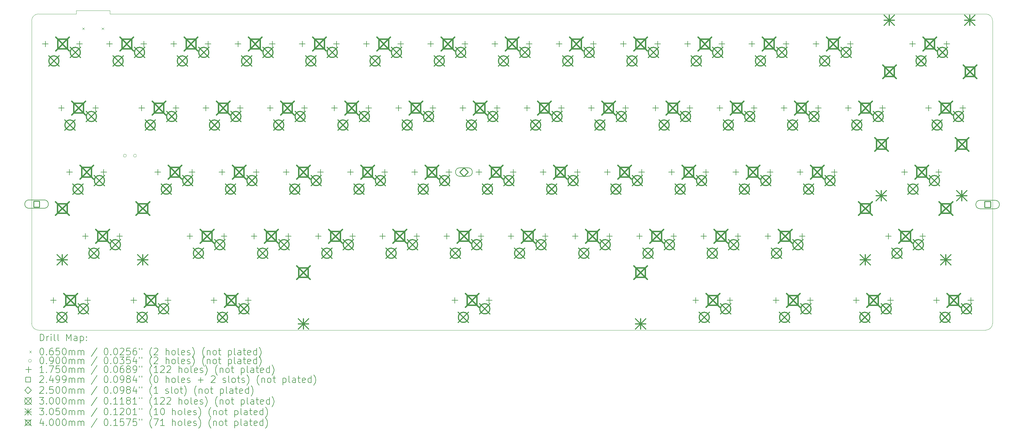
<source format=gbr>
%TF.GenerationSoftware,KiCad,Pcbnew,(6.0.7)*%
%TF.CreationDate,2022-09-11T22:08:25-05:00*%
%TF.ProjectId,PyKey60,50794b65-7936-4302-9e6b-696361645f70,1.1*%
%TF.SameCoordinates,Original*%
%TF.FileFunction,Drillmap*%
%TF.FilePolarity,Positive*%
%FSLAX45Y45*%
G04 Gerber Fmt 4.5, Leading zero omitted, Abs format (unit mm)*
G04 Created by KiCad (PCBNEW (6.0.7)) date 2022-09-11 22:08:25*
%MOMM*%
%LPD*%
G01*
G04 APERTURE LIST*
%ADD10C,0.099060*%
%ADD11C,0.200000*%
%ADD12C,0.065000*%
%ADD13C,0.090000*%
%ADD14C,0.175000*%
%ADD15C,0.249936*%
%ADD16C,0.250000*%
%ADD17C,0.300000*%
%ADD18C,0.305000*%
%ADD19C,0.400000*%
G04 APERTURE END LIST*
D10*
X7551000Y-6392000D02*
X8551000Y-6392000D01*
X7551000Y-6492875D02*
X7551000Y-6392000D01*
X8551000Y-6392000D02*
X8551000Y-6492875D01*
X6432550Y-15890875D02*
X34524950Y-15890875D01*
X7551000Y-6492875D02*
X6432550Y-6492875D01*
X8551000Y-6492875D02*
X34524950Y-6492875D01*
X6229350Y-15687675D02*
G75*
G03*
X6432550Y-15890875I203200J0D01*
G01*
X34728150Y-6696075D02*
G75*
G03*
X34524950Y-6492875I-203200J0D01*
G01*
X34728150Y-15687675D02*
X34728150Y-6696075D01*
X34524950Y-15890875D02*
G75*
G03*
X34728150Y-15687675I0J203200D01*
G01*
X6229350Y-6696075D02*
X6229350Y-15687675D01*
X6432550Y-6492875D02*
G75*
G03*
X6229350Y-6696075I0J-203200D01*
G01*
D11*
D12*
X7730300Y-6898300D02*
X7795300Y-6963300D01*
X7795300Y-6898300D02*
X7730300Y-6963300D01*
X8308300Y-6898300D02*
X8373300Y-6963300D01*
X8373300Y-6898300D02*
X8308300Y-6963300D01*
D13*
X9039000Y-10704300D02*
G75*
G03*
X9039000Y-10704300I-45000J0D01*
G01*
X9339000Y-10704300D02*
G75*
G03*
X9339000Y-10704300I-45000J0D01*
G01*
D14*
X6635750Y-7294500D02*
X6635750Y-7469500D01*
X6548250Y-7382000D02*
X6723250Y-7382000D01*
X6873880Y-14914500D02*
X6873880Y-15089500D01*
X6786380Y-15002000D02*
X6961380Y-15002000D01*
X7112000Y-9199500D02*
X7112000Y-9374500D01*
X7024500Y-9287000D02*
X7199500Y-9287000D01*
X7350250Y-11104500D02*
X7350250Y-11279500D01*
X7262750Y-11192000D02*
X7437750Y-11192000D01*
X7651750Y-7294500D02*
X7651750Y-7469500D01*
X7564250Y-7382000D02*
X7739250Y-7382000D01*
X7823200Y-13009500D02*
X7823200Y-13184500D01*
X7735700Y-13097000D02*
X7910700Y-13097000D01*
X7889880Y-14914500D02*
X7889880Y-15089500D01*
X7802380Y-15002000D02*
X7977380Y-15002000D01*
X8128000Y-9199500D02*
X8128000Y-9374500D01*
X8040500Y-9287000D02*
X8215500Y-9287000D01*
X8366250Y-11104500D02*
X8366250Y-11279500D01*
X8278750Y-11192000D02*
X8453750Y-11192000D01*
X8540750Y-7294500D02*
X8540750Y-7469500D01*
X8453250Y-7382000D02*
X8628250Y-7382000D01*
X8839200Y-13009500D02*
X8839200Y-13184500D01*
X8751700Y-13097000D02*
X8926700Y-13097000D01*
X9255120Y-14914500D02*
X9255120Y-15089500D01*
X9167620Y-15002000D02*
X9342620Y-15002000D01*
X9493200Y-9199500D02*
X9493200Y-9374500D01*
X9405700Y-9287000D02*
X9580700Y-9287000D01*
X9556750Y-7294500D02*
X9556750Y-7469500D01*
X9469250Y-7382000D02*
X9644250Y-7382000D01*
X9969500Y-11104500D02*
X9969500Y-11279500D01*
X9882000Y-11192000D02*
X10057000Y-11192000D01*
X10271120Y-14914500D02*
X10271120Y-15089500D01*
X10183620Y-15002000D02*
X10358620Y-15002000D01*
X10445800Y-7294500D02*
X10445800Y-7469500D01*
X10358300Y-7382000D02*
X10533300Y-7382000D01*
X10509200Y-9199500D02*
X10509200Y-9374500D01*
X10421700Y-9287000D02*
X10596700Y-9287000D01*
X10922000Y-13009500D02*
X10922000Y-13184500D01*
X10834500Y-13097000D02*
X11009500Y-13097000D01*
X10985500Y-11104500D02*
X10985500Y-11279500D01*
X10898000Y-11192000D02*
X11073000Y-11192000D01*
X11398200Y-9199500D02*
X11398200Y-9374500D01*
X11310700Y-9287000D02*
X11485700Y-9287000D01*
X11461800Y-7294500D02*
X11461800Y-7469500D01*
X11374300Y-7382000D02*
X11549300Y-7382000D01*
X11636400Y-14914500D02*
X11636400Y-15089500D01*
X11548900Y-15002000D02*
X11723900Y-15002000D01*
X11874500Y-11104500D02*
X11874500Y-11279500D01*
X11787000Y-11192000D02*
X11962000Y-11192000D01*
X11938000Y-13009500D02*
X11938000Y-13184500D01*
X11850500Y-13097000D02*
X12025500Y-13097000D01*
X12350800Y-7294500D02*
X12350800Y-7469500D01*
X12263300Y-7382000D02*
X12438300Y-7382000D01*
X12414200Y-9199500D02*
X12414200Y-9374500D01*
X12326700Y-9287000D02*
X12501700Y-9287000D01*
X12652400Y-14914500D02*
X12652400Y-15089500D01*
X12564900Y-15002000D02*
X12739900Y-15002000D01*
X12827000Y-13009500D02*
X12827000Y-13184500D01*
X12739500Y-13097000D02*
X12914500Y-13097000D01*
X12890500Y-11104500D02*
X12890500Y-11279500D01*
X12803000Y-11192000D02*
X12978000Y-11192000D01*
X13303200Y-9199500D02*
X13303200Y-9374500D01*
X13215700Y-9287000D02*
X13390700Y-9287000D01*
X13366800Y-7294500D02*
X13366800Y-7469500D01*
X13279300Y-7382000D02*
X13454300Y-7382000D01*
X13779500Y-11104500D02*
X13779500Y-11279500D01*
X13692000Y-11192000D02*
X13867000Y-11192000D01*
X13843000Y-13009500D02*
X13843000Y-13184500D01*
X13755500Y-13097000D02*
X13930500Y-13097000D01*
X14255800Y-7294500D02*
X14255800Y-7469500D01*
X14168300Y-7382000D02*
X14343300Y-7382000D01*
X14319200Y-9199500D02*
X14319200Y-9374500D01*
X14231700Y-9287000D02*
X14406700Y-9287000D01*
X14732000Y-13009500D02*
X14732000Y-13184500D01*
X14644500Y-13097000D02*
X14819500Y-13097000D01*
X14795500Y-11104500D02*
X14795500Y-11279500D01*
X14708000Y-11192000D02*
X14883000Y-11192000D01*
X15208200Y-9199500D02*
X15208200Y-9374500D01*
X15120700Y-9287000D02*
X15295700Y-9287000D01*
X15271800Y-7294500D02*
X15271800Y-7469500D01*
X15184300Y-7382000D02*
X15359300Y-7382000D01*
X15684500Y-11104500D02*
X15684500Y-11279500D01*
X15597000Y-11192000D02*
X15772000Y-11192000D01*
X15748000Y-13009500D02*
X15748000Y-13184500D01*
X15660500Y-13097000D02*
X15835500Y-13097000D01*
X16160800Y-7294500D02*
X16160800Y-7469500D01*
X16073300Y-7382000D02*
X16248300Y-7382000D01*
X16224200Y-9199500D02*
X16224200Y-9374500D01*
X16136700Y-9287000D02*
X16311700Y-9287000D01*
X16637000Y-13009500D02*
X16637000Y-13184500D01*
X16549500Y-13097000D02*
X16724500Y-13097000D01*
X16700500Y-11104500D02*
X16700500Y-11279500D01*
X16613000Y-11192000D02*
X16788000Y-11192000D01*
X17113200Y-9199500D02*
X17113200Y-9374500D01*
X17025700Y-9287000D02*
X17200700Y-9287000D01*
X17176800Y-7294500D02*
X17176800Y-7469500D01*
X17089300Y-7382000D02*
X17264300Y-7382000D01*
X17589500Y-11104500D02*
X17589500Y-11279500D01*
X17502000Y-11192000D02*
X17677000Y-11192000D01*
X17653000Y-13009500D02*
X17653000Y-13184500D01*
X17565500Y-13097000D02*
X17740500Y-13097000D01*
X18065800Y-7294500D02*
X18065800Y-7469500D01*
X17978300Y-7382000D02*
X18153300Y-7382000D01*
X18129200Y-9199500D02*
X18129200Y-9374500D01*
X18041700Y-9287000D02*
X18216700Y-9287000D01*
X18542000Y-13009500D02*
X18542000Y-13184500D01*
X18454500Y-13097000D02*
X18629500Y-13097000D01*
X18605500Y-11104500D02*
X18605500Y-11279500D01*
X18518000Y-11192000D02*
X18693000Y-11192000D01*
X18780100Y-14914500D02*
X18780100Y-15089500D01*
X18692600Y-15002000D02*
X18867600Y-15002000D01*
X19018200Y-9199500D02*
X19018200Y-9374500D01*
X18930700Y-9287000D02*
X19105700Y-9287000D01*
X19081800Y-7294500D02*
X19081800Y-7469500D01*
X18994300Y-7382000D02*
X19169300Y-7382000D01*
X19494500Y-11104500D02*
X19494500Y-11279500D01*
X19407000Y-11192000D02*
X19582000Y-11192000D01*
X19558000Y-13009500D02*
X19558000Y-13184500D01*
X19470500Y-13097000D02*
X19645500Y-13097000D01*
X19796100Y-14914500D02*
X19796100Y-15089500D01*
X19708600Y-15002000D02*
X19883600Y-15002000D01*
X19970800Y-7294500D02*
X19970800Y-7469500D01*
X19883300Y-7382000D02*
X20058300Y-7382000D01*
X20034200Y-9199500D02*
X20034200Y-9374500D01*
X19946700Y-9287000D02*
X20121700Y-9287000D01*
X20447000Y-13009500D02*
X20447000Y-13184500D01*
X20359500Y-13097000D02*
X20534500Y-13097000D01*
X20510500Y-11104500D02*
X20510500Y-11279500D01*
X20423000Y-11192000D02*
X20598000Y-11192000D01*
X20923200Y-9199500D02*
X20923200Y-9374500D01*
X20835700Y-9287000D02*
X21010700Y-9287000D01*
X20986800Y-7294500D02*
X20986800Y-7469500D01*
X20899300Y-7382000D02*
X21074300Y-7382000D01*
X21399500Y-11104500D02*
X21399500Y-11279500D01*
X21312000Y-11192000D02*
X21487000Y-11192000D01*
X21463000Y-13009500D02*
X21463000Y-13184500D01*
X21375500Y-13097000D02*
X21550500Y-13097000D01*
X21875800Y-7294500D02*
X21875800Y-7469500D01*
X21788300Y-7382000D02*
X21963300Y-7382000D01*
X21939200Y-9199500D02*
X21939200Y-9374500D01*
X21851700Y-9287000D02*
X22026700Y-9287000D01*
X22352000Y-13009500D02*
X22352000Y-13184500D01*
X22264500Y-13097000D02*
X22439500Y-13097000D01*
X22415500Y-11104500D02*
X22415500Y-11279500D01*
X22328000Y-11192000D02*
X22503000Y-11192000D01*
X22828200Y-9199500D02*
X22828200Y-9374500D01*
X22740700Y-9287000D02*
X22915700Y-9287000D01*
X22891800Y-7294500D02*
X22891800Y-7469500D01*
X22804300Y-7382000D02*
X22979300Y-7382000D01*
X23304500Y-11104500D02*
X23304500Y-11279500D01*
X23217000Y-11192000D02*
X23392000Y-11192000D01*
X23368000Y-13009500D02*
X23368000Y-13184500D01*
X23280500Y-13097000D02*
X23455500Y-13097000D01*
X23780800Y-7294500D02*
X23780800Y-7469500D01*
X23693300Y-7382000D02*
X23868300Y-7382000D01*
X23844200Y-9199500D02*
X23844200Y-9374500D01*
X23756700Y-9287000D02*
X23931700Y-9287000D01*
X24257000Y-13009500D02*
X24257000Y-13184500D01*
X24169500Y-13097000D02*
X24344500Y-13097000D01*
X24320500Y-11104500D02*
X24320500Y-11279500D01*
X24233000Y-11192000D02*
X24408000Y-11192000D01*
X24733200Y-9199500D02*
X24733200Y-9374500D01*
X24645700Y-9287000D02*
X24820700Y-9287000D01*
X24796800Y-7294500D02*
X24796800Y-7469500D01*
X24709300Y-7382000D02*
X24884300Y-7382000D01*
X25209500Y-11104500D02*
X25209500Y-11279500D01*
X25122000Y-11192000D02*
X25297000Y-11192000D01*
X25273000Y-13009500D02*
X25273000Y-13184500D01*
X25185500Y-13097000D02*
X25360500Y-13097000D01*
X25685800Y-7294500D02*
X25685800Y-7469500D01*
X25598300Y-7382000D02*
X25773300Y-7382000D01*
X25749200Y-9199500D02*
X25749200Y-9374500D01*
X25661700Y-9287000D02*
X25836700Y-9287000D01*
X25923900Y-14914500D02*
X25923900Y-15089500D01*
X25836400Y-15002000D02*
X26011400Y-15002000D01*
X26162000Y-13009500D02*
X26162000Y-13184500D01*
X26074500Y-13097000D02*
X26249500Y-13097000D01*
X26225500Y-11104500D02*
X26225500Y-11279500D01*
X26138000Y-11192000D02*
X26313000Y-11192000D01*
X26638200Y-9199500D02*
X26638200Y-9374500D01*
X26550700Y-9287000D02*
X26725700Y-9287000D01*
X26701800Y-7294500D02*
X26701800Y-7469500D01*
X26614300Y-7382000D02*
X26789300Y-7382000D01*
X26939900Y-14914500D02*
X26939900Y-15089500D01*
X26852400Y-15002000D02*
X27027400Y-15002000D01*
X27114500Y-11104500D02*
X27114500Y-11279500D01*
X27027000Y-11192000D02*
X27202000Y-11192000D01*
X27178000Y-13009500D02*
X27178000Y-13184500D01*
X27090500Y-13097000D02*
X27265500Y-13097000D01*
X27590800Y-7294500D02*
X27590800Y-7469500D01*
X27503300Y-7382000D02*
X27678300Y-7382000D01*
X27654200Y-9199500D02*
X27654200Y-9374500D01*
X27566700Y-9287000D02*
X27741700Y-9287000D01*
X28067000Y-13009500D02*
X28067000Y-13184500D01*
X27979500Y-13097000D02*
X28154500Y-13097000D01*
X28130500Y-11104500D02*
X28130500Y-11279500D01*
X28043000Y-11192000D02*
X28218000Y-11192000D01*
X28305100Y-14914500D02*
X28305100Y-15089500D01*
X28217600Y-15002000D02*
X28392600Y-15002000D01*
X28543200Y-9199500D02*
X28543200Y-9374500D01*
X28455700Y-9287000D02*
X28630700Y-9287000D01*
X28606800Y-7294500D02*
X28606800Y-7469500D01*
X28519300Y-7382000D02*
X28694300Y-7382000D01*
X29019500Y-11104500D02*
X29019500Y-11279500D01*
X28932000Y-11192000D02*
X29107000Y-11192000D01*
X29083000Y-13009500D02*
X29083000Y-13184500D01*
X28995500Y-13097000D02*
X29170500Y-13097000D01*
X29321100Y-14914500D02*
X29321100Y-15089500D01*
X29233600Y-15002000D02*
X29408600Y-15002000D01*
X29495800Y-7294500D02*
X29495800Y-7469500D01*
X29408300Y-7382000D02*
X29583300Y-7382000D01*
X29559200Y-9199500D02*
X29559200Y-9374500D01*
X29471700Y-9287000D02*
X29646700Y-9287000D01*
X30035500Y-11104500D02*
X30035500Y-11279500D01*
X29948000Y-11192000D02*
X30123000Y-11192000D01*
X30448200Y-9199500D02*
X30448200Y-9374500D01*
X30360700Y-9287000D02*
X30535700Y-9287000D01*
X30511800Y-7294500D02*
X30511800Y-7469500D01*
X30424300Y-7382000D02*
X30599300Y-7382000D01*
X30685100Y-14914500D02*
X30685100Y-15089500D01*
X30597600Y-15002000D02*
X30772600Y-15002000D01*
X31464200Y-9199500D02*
X31464200Y-9374500D01*
X31376700Y-9287000D02*
X31551700Y-9287000D01*
X31638900Y-13009500D02*
X31638900Y-13184500D01*
X31551400Y-13097000D02*
X31726400Y-13097000D01*
X31701100Y-14914500D02*
X31701100Y-15089500D01*
X31613600Y-15002000D02*
X31788600Y-15002000D01*
X32115100Y-11104500D02*
X32115100Y-11279500D01*
X32027600Y-11192000D02*
X32202600Y-11192000D01*
X32353300Y-7294500D02*
X32353300Y-7469500D01*
X32265800Y-7382000D02*
X32440800Y-7382000D01*
X32654900Y-13009500D02*
X32654900Y-13184500D01*
X32567400Y-13097000D02*
X32742400Y-13097000D01*
X32829500Y-9199500D02*
X32829500Y-9374500D01*
X32742000Y-9287000D02*
X32917000Y-9287000D01*
X33066400Y-14914500D02*
X33066400Y-15089500D01*
X32978900Y-15002000D02*
X33153900Y-15002000D01*
X33131100Y-11104500D02*
X33131100Y-11279500D01*
X33043600Y-11192000D02*
X33218600Y-11192000D01*
X33369300Y-7294500D02*
X33369300Y-7469500D01*
X33281800Y-7382000D02*
X33456800Y-7382000D01*
X33845500Y-9199500D02*
X33845500Y-9374500D01*
X33758000Y-9287000D02*
X33933000Y-9287000D01*
X34082400Y-14914500D02*
X34082400Y-15089500D01*
X33994900Y-15002000D02*
X34169900Y-15002000D01*
D15*
X6463767Y-12232867D02*
X6463767Y-12056133D01*
X6287033Y-12056133D01*
X6287033Y-12232867D01*
X6463767Y-12232867D01*
D11*
X6150356Y-12269468D02*
X6600444Y-12269468D01*
X6150356Y-12019532D02*
X6600444Y-12019532D01*
X6600444Y-12269468D02*
G75*
G03*
X6600444Y-12019532I0J124968D01*
G01*
X6150356Y-12019532D02*
G75*
G03*
X6150356Y-12269468I0J-124968D01*
G01*
D15*
X34670467Y-12245567D02*
X34670467Y-12068833D01*
X34493733Y-12068833D01*
X34493733Y-12245567D01*
X34670467Y-12245567D01*
D11*
X34357056Y-12282168D02*
X34807144Y-12282168D01*
X34357056Y-12032232D02*
X34807144Y-12032232D01*
X34807144Y-12282168D02*
G75*
G03*
X34807144Y-12032232I0J124968D01*
G01*
X34357056Y-12032232D02*
G75*
G03*
X34357056Y-12282168I0J-124968D01*
G01*
D16*
X19050400Y-11317000D02*
X19175400Y-11192000D01*
X19050400Y-11067000D01*
X18925400Y-11192000D01*
X19050400Y-11317000D01*
D11*
X18925400Y-11317000D02*
X19175400Y-11317000D01*
X18925400Y-11067000D02*
X19175400Y-11067000D01*
X19175400Y-11317000D02*
G75*
G03*
X19175400Y-11067000I0J125000D01*
G01*
X18925400Y-11067000D02*
G75*
G03*
X18925400Y-11317000I0J-125000D01*
G01*
D17*
X6739750Y-7740000D02*
X7039750Y-8040000D01*
X7039750Y-7740000D02*
X6739750Y-8040000D01*
X7039750Y-7890000D02*
G75*
G03*
X7039750Y-7890000I-150000J0D01*
G01*
X6977880Y-15360000D02*
X7277880Y-15660000D01*
X7277880Y-15360000D02*
X6977880Y-15660000D01*
X7277880Y-15510000D02*
G75*
G03*
X7277880Y-15510000I-150000J0D01*
G01*
X7216000Y-9645000D02*
X7516000Y-9945000D01*
X7516000Y-9645000D02*
X7216000Y-9945000D01*
X7516000Y-9795000D02*
G75*
G03*
X7516000Y-9795000I-150000J0D01*
G01*
X7374750Y-7486000D02*
X7674750Y-7786000D01*
X7674750Y-7486000D02*
X7374750Y-7786000D01*
X7674750Y-7636000D02*
G75*
G03*
X7674750Y-7636000I-150000J0D01*
G01*
X7454250Y-11550000D02*
X7754250Y-11850000D01*
X7754250Y-11550000D02*
X7454250Y-11850000D01*
X7754250Y-11700000D02*
G75*
G03*
X7754250Y-11700000I-150000J0D01*
G01*
X7612880Y-15106000D02*
X7912880Y-15406000D01*
X7912880Y-15106000D02*
X7612880Y-15406000D01*
X7912880Y-15256000D02*
G75*
G03*
X7912880Y-15256000I-150000J0D01*
G01*
X7851000Y-9391000D02*
X8151000Y-9691000D01*
X8151000Y-9391000D02*
X7851000Y-9691000D01*
X8151000Y-9541000D02*
G75*
G03*
X8151000Y-9541000I-150000J0D01*
G01*
X7927200Y-13455000D02*
X8227200Y-13755000D01*
X8227200Y-13455000D02*
X7927200Y-13755000D01*
X8227200Y-13605000D02*
G75*
G03*
X8227200Y-13605000I-150000J0D01*
G01*
X8089250Y-11296000D02*
X8389250Y-11596000D01*
X8389250Y-11296000D02*
X8089250Y-11596000D01*
X8389250Y-11446000D02*
G75*
G03*
X8389250Y-11446000I-150000J0D01*
G01*
X8562200Y-13201000D02*
X8862200Y-13501000D01*
X8862200Y-13201000D02*
X8562200Y-13501000D01*
X8862200Y-13351000D02*
G75*
G03*
X8862200Y-13351000I-150000J0D01*
G01*
X8644750Y-7740000D02*
X8944750Y-8040000D01*
X8944750Y-7740000D02*
X8644750Y-8040000D01*
X8944750Y-7890000D02*
G75*
G03*
X8944750Y-7890000I-150000J0D01*
G01*
X9279750Y-7486000D02*
X9579750Y-7786000D01*
X9579750Y-7486000D02*
X9279750Y-7786000D01*
X9579750Y-7636000D02*
G75*
G03*
X9579750Y-7636000I-150000J0D01*
G01*
X9359120Y-15360000D02*
X9659120Y-15660000D01*
X9659120Y-15360000D02*
X9359120Y-15660000D01*
X9659120Y-15510000D02*
G75*
G03*
X9659120Y-15510000I-150000J0D01*
G01*
X9597200Y-9645000D02*
X9897200Y-9945000D01*
X9897200Y-9645000D02*
X9597200Y-9945000D01*
X9897200Y-9795000D02*
G75*
G03*
X9897200Y-9795000I-150000J0D01*
G01*
X9994120Y-15106000D02*
X10294120Y-15406000D01*
X10294120Y-15106000D02*
X9994120Y-15406000D01*
X10294120Y-15256000D02*
G75*
G03*
X10294120Y-15256000I-150000J0D01*
G01*
X10073500Y-11550000D02*
X10373500Y-11850000D01*
X10373500Y-11550000D02*
X10073500Y-11850000D01*
X10373500Y-11700000D02*
G75*
G03*
X10373500Y-11700000I-150000J0D01*
G01*
X10232200Y-9391000D02*
X10532200Y-9691000D01*
X10532200Y-9391000D02*
X10232200Y-9691000D01*
X10532200Y-9541000D02*
G75*
G03*
X10532200Y-9541000I-150000J0D01*
G01*
X10549800Y-7740000D02*
X10849800Y-8040000D01*
X10849800Y-7740000D02*
X10549800Y-8040000D01*
X10849800Y-7890000D02*
G75*
G03*
X10849800Y-7890000I-150000J0D01*
G01*
X10708500Y-11296000D02*
X11008500Y-11596000D01*
X11008500Y-11296000D02*
X10708500Y-11596000D01*
X11008500Y-11446000D02*
G75*
G03*
X11008500Y-11446000I-150000J0D01*
G01*
X11026000Y-13455000D02*
X11326000Y-13755000D01*
X11326000Y-13455000D02*
X11026000Y-13755000D01*
X11326000Y-13605000D02*
G75*
G03*
X11326000Y-13605000I-150000J0D01*
G01*
X11184800Y-7486000D02*
X11484800Y-7786000D01*
X11484800Y-7486000D02*
X11184800Y-7786000D01*
X11484800Y-7636000D02*
G75*
G03*
X11484800Y-7636000I-150000J0D01*
G01*
X11502200Y-9645000D02*
X11802200Y-9945000D01*
X11802200Y-9645000D02*
X11502200Y-9945000D01*
X11802200Y-9795000D02*
G75*
G03*
X11802200Y-9795000I-150000J0D01*
G01*
X11661000Y-13201000D02*
X11961000Y-13501000D01*
X11961000Y-13201000D02*
X11661000Y-13501000D01*
X11961000Y-13351000D02*
G75*
G03*
X11961000Y-13351000I-150000J0D01*
G01*
X11740400Y-15360000D02*
X12040400Y-15660000D01*
X12040400Y-15360000D02*
X11740400Y-15660000D01*
X12040400Y-15510000D02*
G75*
G03*
X12040400Y-15510000I-150000J0D01*
G01*
X11978500Y-11550000D02*
X12278500Y-11850000D01*
X12278500Y-11550000D02*
X11978500Y-11850000D01*
X12278500Y-11700000D02*
G75*
G03*
X12278500Y-11700000I-150000J0D01*
G01*
X12137200Y-9391000D02*
X12437200Y-9691000D01*
X12437200Y-9391000D02*
X12137200Y-9691000D01*
X12437200Y-9541000D02*
G75*
G03*
X12437200Y-9541000I-150000J0D01*
G01*
X12375400Y-15106000D02*
X12675400Y-15406000D01*
X12675400Y-15106000D02*
X12375400Y-15406000D01*
X12675400Y-15256000D02*
G75*
G03*
X12675400Y-15256000I-150000J0D01*
G01*
X12454800Y-7740000D02*
X12754800Y-8040000D01*
X12754800Y-7740000D02*
X12454800Y-8040000D01*
X12754800Y-7890000D02*
G75*
G03*
X12754800Y-7890000I-150000J0D01*
G01*
X12613500Y-11296000D02*
X12913500Y-11596000D01*
X12913500Y-11296000D02*
X12613500Y-11596000D01*
X12913500Y-11446000D02*
G75*
G03*
X12913500Y-11446000I-150000J0D01*
G01*
X12931000Y-13455000D02*
X13231000Y-13755000D01*
X13231000Y-13455000D02*
X12931000Y-13755000D01*
X13231000Y-13605000D02*
G75*
G03*
X13231000Y-13605000I-150000J0D01*
G01*
X13089800Y-7486000D02*
X13389800Y-7786000D01*
X13389800Y-7486000D02*
X13089800Y-7786000D01*
X13389800Y-7636000D02*
G75*
G03*
X13389800Y-7636000I-150000J0D01*
G01*
X13407200Y-9645000D02*
X13707200Y-9945000D01*
X13707200Y-9645000D02*
X13407200Y-9945000D01*
X13707200Y-9795000D02*
G75*
G03*
X13707200Y-9795000I-150000J0D01*
G01*
X13566000Y-13201000D02*
X13866000Y-13501000D01*
X13866000Y-13201000D02*
X13566000Y-13501000D01*
X13866000Y-13351000D02*
G75*
G03*
X13866000Y-13351000I-150000J0D01*
G01*
X13883500Y-11550000D02*
X14183500Y-11850000D01*
X14183500Y-11550000D02*
X13883500Y-11850000D01*
X14183500Y-11700000D02*
G75*
G03*
X14183500Y-11700000I-150000J0D01*
G01*
X14042200Y-9391000D02*
X14342200Y-9691000D01*
X14342200Y-9391000D02*
X14042200Y-9691000D01*
X14342200Y-9541000D02*
G75*
G03*
X14342200Y-9541000I-150000J0D01*
G01*
X14359800Y-7740000D02*
X14659800Y-8040000D01*
X14659800Y-7740000D02*
X14359800Y-8040000D01*
X14659800Y-7890000D02*
G75*
G03*
X14659800Y-7890000I-150000J0D01*
G01*
X14518500Y-11296000D02*
X14818500Y-11596000D01*
X14818500Y-11296000D02*
X14518500Y-11596000D01*
X14818500Y-11446000D02*
G75*
G03*
X14818500Y-11446000I-150000J0D01*
G01*
X14836000Y-13455000D02*
X15136000Y-13755000D01*
X15136000Y-13455000D02*
X14836000Y-13755000D01*
X15136000Y-13605000D02*
G75*
G03*
X15136000Y-13605000I-150000J0D01*
G01*
X14994800Y-7486000D02*
X15294800Y-7786000D01*
X15294800Y-7486000D02*
X14994800Y-7786000D01*
X15294800Y-7636000D02*
G75*
G03*
X15294800Y-7636000I-150000J0D01*
G01*
X15312200Y-9645000D02*
X15612200Y-9945000D01*
X15612200Y-9645000D02*
X15312200Y-9945000D01*
X15612200Y-9795000D02*
G75*
G03*
X15612200Y-9795000I-150000J0D01*
G01*
X15471000Y-13201000D02*
X15771000Y-13501000D01*
X15771000Y-13201000D02*
X15471000Y-13501000D01*
X15771000Y-13351000D02*
G75*
G03*
X15771000Y-13351000I-150000J0D01*
G01*
X15788500Y-11550000D02*
X16088500Y-11850000D01*
X16088500Y-11550000D02*
X15788500Y-11850000D01*
X16088500Y-11700000D02*
G75*
G03*
X16088500Y-11700000I-150000J0D01*
G01*
X15947200Y-9391000D02*
X16247200Y-9691000D01*
X16247200Y-9391000D02*
X15947200Y-9691000D01*
X16247200Y-9541000D02*
G75*
G03*
X16247200Y-9541000I-150000J0D01*
G01*
X16264800Y-7740000D02*
X16564800Y-8040000D01*
X16564800Y-7740000D02*
X16264800Y-8040000D01*
X16564800Y-7890000D02*
G75*
G03*
X16564800Y-7890000I-150000J0D01*
G01*
X16423500Y-11296000D02*
X16723500Y-11596000D01*
X16723500Y-11296000D02*
X16423500Y-11596000D01*
X16723500Y-11446000D02*
G75*
G03*
X16723500Y-11446000I-150000J0D01*
G01*
X16741000Y-13455000D02*
X17041000Y-13755000D01*
X17041000Y-13455000D02*
X16741000Y-13755000D01*
X17041000Y-13605000D02*
G75*
G03*
X17041000Y-13605000I-150000J0D01*
G01*
X16899800Y-7486000D02*
X17199800Y-7786000D01*
X17199800Y-7486000D02*
X16899800Y-7786000D01*
X17199800Y-7636000D02*
G75*
G03*
X17199800Y-7636000I-150000J0D01*
G01*
X17217200Y-9645000D02*
X17517200Y-9945000D01*
X17517200Y-9645000D02*
X17217200Y-9945000D01*
X17517200Y-9795000D02*
G75*
G03*
X17517200Y-9795000I-150000J0D01*
G01*
X17376000Y-13201000D02*
X17676000Y-13501000D01*
X17676000Y-13201000D02*
X17376000Y-13501000D01*
X17676000Y-13351000D02*
G75*
G03*
X17676000Y-13351000I-150000J0D01*
G01*
X17693500Y-11550000D02*
X17993500Y-11850000D01*
X17993500Y-11550000D02*
X17693500Y-11850000D01*
X17993500Y-11700000D02*
G75*
G03*
X17993500Y-11700000I-150000J0D01*
G01*
X17852200Y-9391000D02*
X18152200Y-9691000D01*
X18152200Y-9391000D02*
X17852200Y-9691000D01*
X18152200Y-9541000D02*
G75*
G03*
X18152200Y-9541000I-150000J0D01*
G01*
X18169800Y-7740000D02*
X18469800Y-8040000D01*
X18469800Y-7740000D02*
X18169800Y-8040000D01*
X18469800Y-7890000D02*
G75*
G03*
X18469800Y-7890000I-150000J0D01*
G01*
X18328500Y-11296000D02*
X18628500Y-11596000D01*
X18628500Y-11296000D02*
X18328500Y-11596000D01*
X18628500Y-11446000D02*
G75*
G03*
X18628500Y-11446000I-150000J0D01*
G01*
X18646000Y-13455000D02*
X18946000Y-13755000D01*
X18946000Y-13455000D02*
X18646000Y-13755000D01*
X18946000Y-13605000D02*
G75*
G03*
X18946000Y-13605000I-150000J0D01*
G01*
X18804800Y-7486000D02*
X19104800Y-7786000D01*
X19104800Y-7486000D02*
X18804800Y-7786000D01*
X19104800Y-7636000D02*
G75*
G03*
X19104800Y-7636000I-150000J0D01*
G01*
X18884100Y-15360000D02*
X19184100Y-15660000D01*
X19184100Y-15360000D02*
X18884100Y-15660000D01*
X19184100Y-15510000D02*
G75*
G03*
X19184100Y-15510000I-150000J0D01*
G01*
X19122200Y-9645000D02*
X19422200Y-9945000D01*
X19422200Y-9645000D02*
X19122200Y-9945000D01*
X19422200Y-9795000D02*
G75*
G03*
X19422200Y-9795000I-150000J0D01*
G01*
X19281000Y-13201000D02*
X19581000Y-13501000D01*
X19581000Y-13201000D02*
X19281000Y-13501000D01*
X19581000Y-13351000D02*
G75*
G03*
X19581000Y-13351000I-150000J0D01*
G01*
X19519100Y-15106000D02*
X19819100Y-15406000D01*
X19819100Y-15106000D02*
X19519100Y-15406000D01*
X19819100Y-15256000D02*
G75*
G03*
X19819100Y-15256000I-150000J0D01*
G01*
X19598500Y-11550000D02*
X19898500Y-11850000D01*
X19898500Y-11550000D02*
X19598500Y-11850000D01*
X19898500Y-11700000D02*
G75*
G03*
X19898500Y-11700000I-150000J0D01*
G01*
X19757200Y-9391000D02*
X20057200Y-9691000D01*
X20057200Y-9391000D02*
X19757200Y-9691000D01*
X20057200Y-9541000D02*
G75*
G03*
X20057200Y-9541000I-150000J0D01*
G01*
X20074800Y-7740000D02*
X20374800Y-8040000D01*
X20374800Y-7740000D02*
X20074800Y-8040000D01*
X20374800Y-7890000D02*
G75*
G03*
X20374800Y-7890000I-150000J0D01*
G01*
X20233500Y-11296000D02*
X20533500Y-11596000D01*
X20533500Y-11296000D02*
X20233500Y-11596000D01*
X20533500Y-11446000D02*
G75*
G03*
X20533500Y-11446000I-150000J0D01*
G01*
X20551000Y-13455000D02*
X20851000Y-13755000D01*
X20851000Y-13455000D02*
X20551000Y-13755000D01*
X20851000Y-13605000D02*
G75*
G03*
X20851000Y-13605000I-150000J0D01*
G01*
X20709800Y-7486000D02*
X21009800Y-7786000D01*
X21009800Y-7486000D02*
X20709800Y-7786000D01*
X21009800Y-7636000D02*
G75*
G03*
X21009800Y-7636000I-150000J0D01*
G01*
X21027200Y-9645000D02*
X21327200Y-9945000D01*
X21327200Y-9645000D02*
X21027200Y-9945000D01*
X21327200Y-9795000D02*
G75*
G03*
X21327200Y-9795000I-150000J0D01*
G01*
X21186000Y-13201000D02*
X21486000Y-13501000D01*
X21486000Y-13201000D02*
X21186000Y-13501000D01*
X21486000Y-13351000D02*
G75*
G03*
X21486000Y-13351000I-150000J0D01*
G01*
X21503500Y-11550000D02*
X21803500Y-11850000D01*
X21803500Y-11550000D02*
X21503500Y-11850000D01*
X21803500Y-11700000D02*
G75*
G03*
X21803500Y-11700000I-150000J0D01*
G01*
X21662200Y-9391000D02*
X21962200Y-9691000D01*
X21962200Y-9391000D02*
X21662200Y-9691000D01*
X21962200Y-9541000D02*
G75*
G03*
X21962200Y-9541000I-150000J0D01*
G01*
X21979800Y-7740000D02*
X22279800Y-8040000D01*
X22279800Y-7740000D02*
X21979800Y-8040000D01*
X22279800Y-7890000D02*
G75*
G03*
X22279800Y-7890000I-150000J0D01*
G01*
X22138500Y-11296000D02*
X22438500Y-11596000D01*
X22438500Y-11296000D02*
X22138500Y-11596000D01*
X22438500Y-11446000D02*
G75*
G03*
X22438500Y-11446000I-150000J0D01*
G01*
X22456000Y-13455000D02*
X22756000Y-13755000D01*
X22756000Y-13455000D02*
X22456000Y-13755000D01*
X22756000Y-13605000D02*
G75*
G03*
X22756000Y-13605000I-150000J0D01*
G01*
X22614800Y-7486000D02*
X22914800Y-7786000D01*
X22914800Y-7486000D02*
X22614800Y-7786000D01*
X22914800Y-7636000D02*
G75*
G03*
X22914800Y-7636000I-150000J0D01*
G01*
X22932200Y-9645000D02*
X23232200Y-9945000D01*
X23232200Y-9645000D02*
X22932200Y-9945000D01*
X23232200Y-9795000D02*
G75*
G03*
X23232200Y-9795000I-150000J0D01*
G01*
X23091000Y-13201000D02*
X23391000Y-13501000D01*
X23391000Y-13201000D02*
X23091000Y-13501000D01*
X23391000Y-13351000D02*
G75*
G03*
X23391000Y-13351000I-150000J0D01*
G01*
X23408500Y-11550000D02*
X23708500Y-11850000D01*
X23708500Y-11550000D02*
X23408500Y-11850000D01*
X23708500Y-11700000D02*
G75*
G03*
X23708500Y-11700000I-150000J0D01*
G01*
X23567200Y-9391000D02*
X23867200Y-9691000D01*
X23867200Y-9391000D02*
X23567200Y-9691000D01*
X23867200Y-9541000D02*
G75*
G03*
X23867200Y-9541000I-150000J0D01*
G01*
X23884800Y-7740000D02*
X24184800Y-8040000D01*
X24184800Y-7740000D02*
X23884800Y-8040000D01*
X24184800Y-7890000D02*
G75*
G03*
X24184800Y-7890000I-150000J0D01*
G01*
X24043500Y-11296000D02*
X24343500Y-11596000D01*
X24343500Y-11296000D02*
X24043500Y-11596000D01*
X24343500Y-11446000D02*
G75*
G03*
X24343500Y-11446000I-150000J0D01*
G01*
X24361000Y-13455000D02*
X24661000Y-13755000D01*
X24661000Y-13455000D02*
X24361000Y-13755000D01*
X24661000Y-13605000D02*
G75*
G03*
X24661000Y-13605000I-150000J0D01*
G01*
X24519800Y-7486000D02*
X24819800Y-7786000D01*
X24819800Y-7486000D02*
X24519800Y-7786000D01*
X24819800Y-7636000D02*
G75*
G03*
X24819800Y-7636000I-150000J0D01*
G01*
X24837200Y-9645000D02*
X25137200Y-9945000D01*
X25137200Y-9645000D02*
X24837200Y-9945000D01*
X25137200Y-9795000D02*
G75*
G03*
X25137200Y-9795000I-150000J0D01*
G01*
X24996000Y-13201000D02*
X25296000Y-13501000D01*
X25296000Y-13201000D02*
X24996000Y-13501000D01*
X25296000Y-13351000D02*
G75*
G03*
X25296000Y-13351000I-150000J0D01*
G01*
X25313500Y-11550000D02*
X25613500Y-11850000D01*
X25613500Y-11550000D02*
X25313500Y-11850000D01*
X25613500Y-11700000D02*
G75*
G03*
X25613500Y-11700000I-150000J0D01*
G01*
X25472200Y-9391000D02*
X25772200Y-9691000D01*
X25772200Y-9391000D02*
X25472200Y-9691000D01*
X25772200Y-9541000D02*
G75*
G03*
X25772200Y-9541000I-150000J0D01*
G01*
X25789800Y-7740000D02*
X26089800Y-8040000D01*
X26089800Y-7740000D02*
X25789800Y-8040000D01*
X26089800Y-7890000D02*
G75*
G03*
X26089800Y-7890000I-150000J0D01*
G01*
X25948500Y-11296000D02*
X26248500Y-11596000D01*
X26248500Y-11296000D02*
X25948500Y-11596000D01*
X26248500Y-11446000D02*
G75*
G03*
X26248500Y-11446000I-150000J0D01*
G01*
X26027900Y-15360000D02*
X26327900Y-15660000D01*
X26327900Y-15360000D02*
X26027900Y-15660000D01*
X26327900Y-15510000D02*
G75*
G03*
X26327900Y-15510000I-150000J0D01*
G01*
X26266000Y-13455000D02*
X26566000Y-13755000D01*
X26566000Y-13455000D02*
X26266000Y-13755000D01*
X26566000Y-13605000D02*
G75*
G03*
X26566000Y-13605000I-150000J0D01*
G01*
X26424800Y-7486000D02*
X26724800Y-7786000D01*
X26724800Y-7486000D02*
X26424800Y-7786000D01*
X26724800Y-7636000D02*
G75*
G03*
X26724800Y-7636000I-150000J0D01*
G01*
X26662900Y-15106000D02*
X26962900Y-15406000D01*
X26962900Y-15106000D02*
X26662900Y-15406000D01*
X26962900Y-15256000D02*
G75*
G03*
X26962900Y-15256000I-150000J0D01*
G01*
X26742200Y-9645000D02*
X27042200Y-9945000D01*
X27042200Y-9645000D02*
X26742200Y-9945000D01*
X27042200Y-9795000D02*
G75*
G03*
X27042200Y-9795000I-150000J0D01*
G01*
X26901000Y-13201000D02*
X27201000Y-13501000D01*
X27201000Y-13201000D02*
X26901000Y-13501000D01*
X27201000Y-13351000D02*
G75*
G03*
X27201000Y-13351000I-150000J0D01*
G01*
X27218500Y-11550000D02*
X27518500Y-11850000D01*
X27518500Y-11550000D02*
X27218500Y-11850000D01*
X27518500Y-11700000D02*
G75*
G03*
X27518500Y-11700000I-150000J0D01*
G01*
X27377200Y-9391000D02*
X27677200Y-9691000D01*
X27677200Y-9391000D02*
X27377200Y-9691000D01*
X27677200Y-9541000D02*
G75*
G03*
X27677200Y-9541000I-150000J0D01*
G01*
X27694800Y-7740000D02*
X27994800Y-8040000D01*
X27994800Y-7740000D02*
X27694800Y-8040000D01*
X27994800Y-7890000D02*
G75*
G03*
X27994800Y-7890000I-150000J0D01*
G01*
X27853500Y-11296000D02*
X28153500Y-11596000D01*
X28153500Y-11296000D02*
X27853500Y-11596000D01*
X28153500Y-11446000D02*
G75*
G03*
X28153500Y-11446000I-150000J0D01*
G01*
X28171000Y-13455000D02*
X28471000Y-13755000D01*
X28471000Y-13455000D02*
X28171000Y-13755000D01*
X28471000Y-13605000D02*
G75*
G03*
X28471000Y-13605000I-150000J0D01*
G01*
X28329800Y-7486000D02*
X28629800Y-7786000D01*
X28629800Y-7486000D02*
X28329800Y-7786000D01*
X28629800Y-7636000D02*
G75*
G03*
X28629800Y-7636000I-150000J0D01*
G01*
X28409100Y-15360000D02*
X28709100Y-15660000D01*
X28709100Y-15360000D02*
X28409100Y-15660000D01*
X28709100Y-15510000D02*
G75*
G03*
X28709100Y-15510000I-150000J0D01*
G01*
X28647200Y-9645000D02*
X28947200Y-9945000D01*
X28947200Y-9645000D02*
X28647200Y-9945000D01*
X28947200Y-9795000D02*
G75*
G03*
X28947200Y-9795000I-150000J0D01*
G01*
X28806000Y-13201000D02*
X29106000Y-13501000D01*
X29106000Y-13201000D02*
X28806000Y-13501000D01*
X29106000Y-13351000D02*
G75*
G03*
X29106000Y-13351000I-150000J0D01*
G01*
X29044100Y-15106000D02*
X29344100Y-15406000D01*
X29344100Y-15106000D02*
X29044100Y-15406000D01*
X29344100Y-15256000D02*
G75*
G03*
X29344100Y-15256000I-150000J0D01*
G01*
X29123500Y-11550000D02*
X29423500Y-11850000D01*
X29423500Y-11550000D02*
X29123500Y-11850000D01*
X29423500Y-11700000D02*
G75*
G03*
X29423500Y-11700000I-150000J0D01*
G01*
X29282200Y-9391000D02*
X29582200Y-9691000D01*
X29582200Y-9391000D02*
X29282200Y-9691000D01*
X29582200Y-9541000D02*
G75*
G03*
X29582200Y-9541000I-150000J0D01*
G01*
X29599800Y-7740000D02*
X29899800Y-8040000D01*
X29899800Y-7740000D02*
X29599800Y-8040000D01*
X29899800Y-7890000D02*
G75*
G03*
X29899800Y-7890000I-150000J0D01*
G01*
X29758500Y-11296000D02*
X30058500Y-11596000D01*
X30058500Y-11296000D02*
X29758500Y-11596000D01*
X30058500Y-11446000D02*
G75*
G03*
X30058500Y-11446000I-150000J0D01*
G01*
X30234800Y-7486000D02*
X30534800Y-7786000D01*
X30534800Y-7486000D02*
X30234800Y-7786000D01*
X30534800Y-7636000D02*
G75*
G03*
X30534800Y-7636000I-150000J0D01*
G01*
X30552200Y-9645000D02*
X30852200Y-9945000D01*
X30852200Y-9645000D02*
X30552200Y-9945000D01*
X30852200Y-9795000D02*
G75*
G03*
X30852200Y-9795000I-150000J0D01*
G01*
X30789100Y-15360000D02*
X31089100Y-15660000D01*
X31089100Y-15360000D02*
X30789100Y-15660000D01*
X31089100Y-15510000D02*
G75*
G03*
X31089100Y-15510000I-150000J0D01*
G01*
X31187200Y-9391000D02*
X31487200Y-9691000D01*
X31487200Y-9391000D02*
X31187200Y-9691000D01*
X31487200Y-9541000D02*
G75*
G03*
X31487200Y-9541000I-150000J0D01*
G01*
X31424100Y-15106000D02*
X31724100Y-15406000D01*
X31724100Y-15106000D02*
X31424100Y-15406000D01*
X31724100Y-15256000D02*
G75*
G03*
X31724100Y-15256000I-150000J0D01*
G01*
X31742900Y-13455000D02*
X32042900Y-13755000D01*
X32042900Y-13455000D02*
X31742900Y-13755000D01*
X32042900Y-13605000D02*
G75*
G03*
X32042900Y-13605000I-150000J0D01*
G01*
X32219100Y-11550000D02*
X32519100Y-11850000D01*
X32519100Y-11550000D02*
X32219100Y-11850000D01*
X32519100Y-11700000D02*
G75*
G03*
X32519100Y-11700000I-150000J0D01*
G01*
X32377900Y-13201000D02*
X32677900Y-13501000D01*
X32677900Y-13201000D02*
X32377900Y-13501000D01*
X32677900Y-13351000D02*
G75*
G03*
X32677900Y-13351000I-150000J0D01*
G01*
X32457300Y-7740000D02*
X32757300Y-8040000D01*
X32757300Y-7740000D02*
X32457300Y-8040000D01*
X32757300Y-7890000D02*
G75*
G03*
X32757300Y-7890000I-150000J0D01*
G01*
X32854100Y-11296000D02*
X33154100Y-11596000D01*
X33154100Y-11296000D02*
X32854100Y-11596000D01*
X33154100Y-11446000D02*
G75*
G03*
X33154100Y-11446000I-150000J0D01*
G01*
X32933500Y-9645000D02*
X33233500Y-9945000D01*
X33233500Y-9645000D02*
X32933500Y-9945000D01*
X33233500Y-9795000D02*
G75*
G03*
X33233500Y-9795000I-150000J0D01*
G01*
X33092300Y-7486000D02*
X33392300Y-7786000D01*
X33392300Y-7486000D02*
X33092300Y-7786000D01*
X33392300Y-7636000D02*
G75*
G03*
X33392300Y-7636000I-150000J0D01*
G01*
X33170400Y-15360000D02*
X33470400Y-15660000D01*
X33470400Y-15360000D02*
X33170400Y-15660000D01*
X33470400Y-15510000D02*
G75*
G03*
X33470400Y-15510000I-150000J0D01*
G01*
X33568500Y-9391000D02*
X33868500Y-9691000D01*
X33868500Y-9391000D02*
X33568500Y-9691000D01*
X33868500Y-9541000D02*
G75*
G03*
X33868500Y-9541000I-150000J0D01*
G01*
X33805400Y-15106000D02*
X34105400Y-15406000D01*
X34105400Y-15106000D02*
X33805400Y-15406000D01*
X34105400Y-15256000D02*
G75*
G03*
X34105400Y-15256000I-150000J0D01*
G01*
D18*
X6984900Y-13644500D02*
X7289900Y-13949500D01*
X7289900Y-13644500D02*
X6984900Y-13949500D01*
X7137400Y-13644500D02*
X7137400Y-13949500D01*
X6984900Y-13797000D02*
X7289900Y-13797000D01*
X9372500Y-13644500D02*
X9677500Y-13949500D01*
X9677500Y-13644500D02*
X9372500Y-13949500D01*
X9525000Y-13644500D02*
X9525000Y-13949500D01*
X9372500Y-13797000D02*
X9677500Y-13797000D01*
X14135600Y-15549500D02*
X14440600Y-15854500D01*
X14440600Y-15549500D02*
X14135600Y-15854500D01*
X14288100Y-15549500D02*
X14288100Y-15854500D01*
X14135600Y-15702000D02*
X14440600Y-15702000D01*
X24135600Y-15549500D02*
X24440600Y-15854500D01*
X24440600Y-15549500D02*
X24135600Y-15854500D01*
X24288100Y-15549500D02*
X24288100Y-15854500D01*
X24135600Y-15702000D02*
X24440600Y-15702000D01*
X30800600Y-13644500D02*
X31105600Y-13949500D01*
X31105600Y-13644500D02*
X30800600Y-13949500D01*
X30953100Y-13644500D02*
X30953100Y-13949500D01*
X30800600Y-13797000D02*
X31105600Y-13797000D01*
X31276800Y-11739500D02*
X31581800Y-12044500D01*
X31581800Y-11739500D02*
X31276800Y-12044500D01*
X31429300Y-11739500D02*
X31429300Y-12044500D01*
X31276800Y-11892000D02*
X31581800Y-11892000D01*
X31515000Y-6529500D02*
X31820000Y-6834500D01*
X31820000Y-6529500D02*
X31515000Y-6834500D01*
X31667500Y-6529500D02*
X31667500Y-6834500D01*
X31515000Y-6682000D02*
X31820000Y-6682000D01*
X33188200Y-13644500D02*
X33493200Y-13949500D01*
X33493200Y-13644500D02*
X33188200Y-13949500D01*
X33340700Y-13644500D02*
X33340700Y-13949500D01*
X33188200Y-13797000D02*
X33493200Y-13797000D01*
X33664400Y-11739500D02*
X33969400Y-12044500D01*
X33969400Y-11739500D02*
X33664400Y-12044500D01*
X33816900Y-11739500D02*
X33816900Y-12044500D01*
X33664400Y-11892000D02*
X33969400Y-11892000D01*
X33902600Y-6529500D02*
X34207600Y-6834500D01*
X34207600Y-6529500D02*
X33902600Y-6834500D01*
X34055100Y-6529500D02*
X34055100Y-6834500D01*
X33902600Y-6682000D02*
X34207600Y-6682000D01*
D19*
X6937400Y-12073000D02*
X7337400Y-12473000D01*
X7337400Y-12073000D02*
X6937400Y-12473000D01*
X7278823Y-12414423D02*
X7278823Y-12131577D01*
X6995977Y-12131577D01*
X6995977Y-12414423D01*
X7278823Y-12414423D01*
X6943750Y-7182000D02*
X7343750Y-7582000D01*
X7343750Y-7182000D02*
X6943750Y-7582000D01*
X7285173Y-7523423D02*
X7285173Y-7240577D01*
X7002327Y-7240577D01*
X7002327Y-7523423D01*
X7285173Y-7523423D01*
X7181880Y-14802000D02*
X7581880Y-15202000D01*
X7581880Y-14802000D02*
X7181880Y-15202000D01*
X7523303Y-15143423D02*
X7523303Y-14860577D01*
X7240457Y-14860577D01*
X7240457Y-15143423D01*
X7523303Y-15143423D01*
X7420000Y-9087000D02*
X7820000Y-9487000D01*
X7820000Y-9087000D02*
X7420000Y-9487000D01*
X7761423Y-9428423D02*
X7761423Y-9145577D01*
X7478577Y-9145577D01*
X7478577Y-9428423D01*
X7761423Y-9428423D01*
X7658250Y-10992000D02*
X8058250Y-11392000D01*
X8058250Y-10992000D02*
X7658250Y-11392000D01*
X7999673Y-11333423D02*
X7999673Y-11050577D01*
X7716827Y-11050577D01*
X7716827Y-11333423D01*
X7999673Y-11333423D01*
X8131200Y-12897000D02*
X8531200Y-13297000D01*
X8531200Y-12897000D02*
X8131200Y-13297000D01*
X8472623Y-13238423D02*
X8472623Y-12955577D01*
X8189777Y-12955577D01*
X8189777Y-13238423D01*
X8472623Y-13238423D01*
X8848750Y-7182000D02*
X9248750Y-7582000D01*
X9248750Y-7182000D02*
X8848750Y-7582000D01*
X9190173Y-7523423D02*
X9190173Y-7240577D01*
X8907327Y-7240577D01*
X8907327Y-7523423D01*
X9190173Y-7523423D01*
X9325000Y-12073000D02*
X9725000Y-12473000D01*
X9725000Y-12073000D02*
X9325000Y-12473000D01*
X9666423Y-12414423D02*
X9666423Y-12131577D01*
X9383577Y-12131577D01*
X9383577Y-12414423D01*
X9666423Y-12414423D01*
X9563120Y-14802000D02*
X9963120Y-15202000D01*
X9963120Y-14802000D02*
X9563120Y-15202000D01*
X9904543Y-15143423D02*
X9904543Y-14860577D01*
X9621697Y-14860577D01*
X9621697Y-15143423D01*
X9904543Y-15143423D01*
X9801200Y-9087000D02*
X10201200Y-9487000D01*
X10201200Y-9087000D02*
X9801200Y-9487000D01*
X10142623Y-9428423D02*
X10142623Y-9145577D01*
X9859777Y-9145577D01*
X9859777Y-9428423D01*
X10142623Y-9428423D01*
X10277500Y-10992000D02*
X10677500Y-11392000D01*
X10677500Y-10992000D02*
X10277500Y-11392000D01*
X10618923Y-11333423D02*
X10618923Y-11050577D01*
X10336077Y-11050577D01*
X10336077Y-11333423D01*
X10618923Y-11333423D01*
X10753800Y-7182000D02*
X11153800Y-7582000D01*
X11153800Y-7182000D02*
X10753800Y-7582000D01*
X11095223Y-7523423D02*
X11095223Y-7240577D01*
X10812377Y-7240577D01*
X10812377Y-7523423D01*
X11095223Y-7523423D01*
X11230000Y-12897000D02*
X11630000Y-13297000D01*
X11630000Y-12897000D02*
X11230000Y-13297000D01*
X11571423Y-13238423D02*
X11571423Y-12955577D01*
X11288577Y-12955577D01*
X11288577Y-13238423D01*
X11571423Y-13238423D01*
X11706200Y-9087000D02*
X12106200Y-9487000D01*
X12106200Y-9087000D02*
X11706200Y-9487000D01*
X12047623Y-9428423D02*
X12047623Y-9145577D01*
X11764777Y-9145577D01*
X11764777Y-9428423D01*
X12047623Y-9428423D01*
X11944400Y-14802000D02*
X12344400Y-15202000D01*
X12344400Y-14802000D02*
X11944400Y-15202000D01*
X12285823Y-15143423D02*
X12285823Y-14860577D01*
X12002977Y-14860577D01*
X12002977Y-15143423D01*
X12285823Y-15143423D01*
X12182500Y-10992000D02*
X12582500Y-11392000D01*
X12582500Y-10992000D02*
X12182500Y-11392000D01*
X12523923Y-11333423D02*
X12523923Y-11050577D01*
X12241077Y-11050577D01*
X12241077Y-11333423D01*
X12523923Y-11333423D01*
X12658800Y-7182000D02*
X13058800Y-7582000D01*
X13058800Y-7182000D02*
X12658800Y-7582000D01*
X13000223Y-7523423D02*
X13000223Y-7240577D01*
X12717377Y-7240577D01*
X12717377Y-7523423D01*
X13000223Y-7523423D01*
X13135000Y-12897000D02*
X13535000Y-13297000D01*
X13535000Y-12897000D02*
X13135000Y-13297000D01*
X13476423Y-13238423D02*
X13476423Y-12955577D01*
X13193577Y-12955577D01*
X13193577Y-13238423D01*
X13476423Y-13238423D01*
X13611200Y-9087000D02*
X14011200Y-9487000D01*
X14011200Y-9087000D02*
X13611200Y-9487000D01*
X13952623Y-9428423D02*
X13952623Y-9145577D01*
X13669777Y-9145577D01*
X13669777Y-9428423D01*
X13952623Y-9428423D01*
X14087500Y-10992000D02*
X14487500Y-11392000D01*
X14487500Y-10992000D02*
X14087500Y-11392000D01*
X14428923Y-11333423D02*
X14428923Y-11050577D01*
X14146077Y-11050577D01*
X14146077Y-11333423D01*
X14428923Y-11333423D01*
X14088100Y-13978000D02*
X14488100Y-14378000D01*
X14488100Y-13978000D02*
X14088100Y-14378000D01*
X14429523Y-14319423D02*
X14429523Y-14036577D01*
X14146677Y-14036577D01*
X14146677Y-14319423D01*
X14429523Y-14319423D01*
X14563800Y-7182000D02*
X14963800Y-7582000D01*
X14963800Y-7182000D02*
X14563800Y-7582000D01*
X14905223Y-7523423D02*
X14905223Y-7240577D01*
X14622377Y-7240577D01*
X14622377Y-7523423D01*
X14905223Y-7523423D01*
X15040000Y-12897000D02*
X15440000Y-13297000D01*
X15440000Y-12897000D02*
X15040000Y-13297000D01*
X15381423Y-13238423D02*
X15381423Y-12955577D01*
X15098577Y-12955577D01*
X15098577Y-13238423D01*
X15381423Y-13238423D01*
X15516200Y-9087000D02*
X15916200Y-9487000D01*
X15916200Y-9087000D02*
X15516200Y-9487000D01*
X15857623Y-9428423D02*
X15857623Y-9145577D01*
X15574777Y-9145577D01*
X15574777Y-9428423D01*
X15857623Y-9428423D01*
X15992500Y-10992000D02*
X16392500Y-11392000D01*
X16392500Y-10992000D02*
X15992500Y-11392000D01*
X16333923Y-11333423D02*
X16333923Y-11050577D01*
X16051077Y-11050577D01*
X16051077Y-11333423D01*
X16333923Y-11333423D01*
X16468800Y-7182000D02*
X16868800Y-7582000D01*
X16868800Y-7182000D02*
X16468800Y-7582000D01*
X16810223Y-7523423D02*
X16810223Y-7240577D01*
X16527377Y-7240577D01*
X16527377Y-7523423D01*
X16810223Y-7523423D01*
X16945000Y-12897000D02*
X17345000Y-13297000D01*
X17345000Y-12897000D02*
X16945000Y-13297000D01*
X17286423Y-13238423D02*
X17286423Y-12955577D01*
X17003577Y-12955577D01*
X17003577Y-13238423D01*
X17286423Y-13238423D01*
X17421200Y-9087000D02*
X17821200Y-9487000D01*
X17821200Y-9087000D02*
X17421200Y-9487000D01*
X17762623Y-9428423D02*
X17762623Y-9145577D01*
X17479777Y-9145577D01*
X17479777Y-9428423D01*
X17762623Y-9428423D01*
X17897500Y-10992000D02*
X18297500Y-11392000D01*
X18297500Y-10992000D02*
X17897500Y-11392000D01*
X18238923Y-11333423D02*
X18238923Y-11050577D01*
X17956077Y-11050577D01*
X17956077Y-11333423D01*
X18238923Y-11333423D01*
X18373800Y-7182000D02*
X18773800Y-7582000D01*
X18773800Y-7182000D02*
X18373800Y-7582000D01*
X18715223Y-7523423D02*
X18715223Y-7240577D01*
X18432377Y-7240577D01*
X18432377Y-7523423D01*
X18715223Y-7523423D01*
X18850000Y-12897000D02*
X19250000Y-13297000D01*
X19250000Y-12897000D02*
X18850000Y-13297000D01*
X19191423Y-13238423D02*
X19191423Y-12955577D01*
X18908577Y-12955577D01*
X18908577Y-13238423D01*
X19191423Y-13238423D01*
X19088100Y-14802000D02*
X19488100Y-15202000D01*
X19488100Y-14802000D02*
X19088100Y-15202000D01*
X19429523Y-15143423D02*
X19429523Y-14860577D01*
X19146677Y-14860577D01*
X19146677Y-15143423D01*
X19429523Y-15143423D01*
X19326200Y-9087000D02*
X19726200Y-9487000D01*
X19726200Y-9087000D02*
X19326200Y-9487000D01*
X19667623Y-9428423D02*
X19667623Y-9145577D01*
X19384777Y-9145577D01*
X19384777Y-9428423D01*
X19667623Y-9428423D01*
X19802500Y-10992000D02*
X20202500Y-11392000D01*
X20202500Y-10992000D02*
X19802500Y-11392000D01*
X20143923Y-11333423D02*
X20143923Y-11050577D01*
X19861077Y-11050577D01*
X19861077Y-11333423D01*
X20143923Y-11333423D01*
X20278800Y-7182000D02*
X20678800Y-7582000D01*
X20678800Y-7182000D02*
X20278800Y-7582000D01*
X20620223Y-7523423D02*
X20620223Y-7240577D01*
X20337377Y-7240577D01*
X20337377Y-7523423D01*
X20620223Y-7523423D01*
X20755000Y-12897000D02*
X21155000Y-13297000D01*
X21155000Y-12897000D02*
X20755000Y-13297000D01*
X21096423Y-13238423D02*
X21096423Y-12955577D01*
X20813577Y-12955577D01*
X20813577Y-13238423D01*
X21096423Y-13238423D01*
X21231200Y-9087000D02*
X21631200Y-9487000D01*
X21631200Y-9087000D02*
X21231200Y-9487000D01*
X21572623Y-9428423D02*
X21572623Y-9145577D01*
X21289777Y-9145577D01*
X21289777Y-9428423D01*
X21572623Y-9428423D01*
X21707500Y-10992000D02*
X22107500Y-11392000D01*
X22107500Y-10992000D02*
X21707500Y-11392000D01*
X22048923Y-11333423D02*
X22048923Y-11050577D01*
X21766077Y-11050577D01*
X21766077Y-11333423D01*
X22048923Y-11333423D01*
X22183800Y-7182000D02*
X22583800Y-7582000D01*
X22583800Y-7182000D02*
X22183800Y-7582000D01*
X22525223Y-7523423D02*
X22525223Y-7240577D01*
X22242377Y-7240577D01*
X22242377Y-7523423D01*
X22525223Y-7523423D01*
X22660000Y-12897000D02*
X23060000Y-13297000D01*
X23060000Y-12897000D02*
X22660000Y-13297000D01*
X23001423Y-13238423D02*
X23001423Y-12955577D01*
X22718577Y-12955577D01*
X22718577Y-13238423D01*
X23001423Y-13238423D01*
X23136200Y-9087000D02*
X23536200Y-9487000D01*
X23536200Y-9087000D02*
X23136200Y-9487000D01*
X23477623Y-9428423D02*
X23477623Y-9145577D01*
X23194777Y-9145577D01*
X23194777Y-9428423D01*
X23477623Y-9428423D01*
X23612500Y-10992000D02*
X24012500Y-11392000D01*
X24012500Y-10992000D02*
X23612500Y-11392000D01*
X23953923Y-11333423D02*
X23953923Y-11050577D01*
X23671077Y-11050577D01*
X23671077Y-11333423D01*
X23953923Y-11333423D01*
X24088100Y-13978000D02*
X24488100Y-14378000D01*
X24488100Y-13978000D02*
X24088100Y-14378000D01*
X24429523Y-14319423D02*
X24429523Y-14036577D01*
X24146677Y-14036577D01*
X24146677Y-14319423D01*
X24429523Y-14319423D01*
X24088800Y-7182000D02*
X24488800Y-7582000D01*
X24488800Y-7182000D02*
X24088800Y-7582000D01*
X24430223Y-7523423D02*
X24430223Y-7240577D01*
X24147377Y-7240577D01*
X24147377Y-7523423D01*
X24430223Y-7523423D01*
X24565000Y-12897000D02*
X24965000Y-13297000D01*
X24965000Y-12897000D02*
X24565000Y-13297000D01*
X24906423Y-13238423D02*
X24906423Y-12955577D01*
X24623577Y-12955577D01*
X24623577Y-13238423D01*
X24906423Y-13238423D01*
X25041200Y-9087000D02*
X25441200Y-9487000D01*
X25441200Y-9087000D02*
X25041200Y-9487000D01*
X25382623Y-9428423D02*
X25382623Y-9145577D01*
X25099777Y-9145577D01*
X25099777Y-9428423D01*
X25382623Y-9428423D01*
X25517500Y-10992000D02*
X25917500Y-11392000D01*
X25917500Y-10992000D02*
X25517500Y-11392000D01*
X25858923Y-11333423D02*
X25858923Y-11050577D01*
X25576077Y-11050577D01*
X25576077Y-11333423D01*
X25858923Y-11333423D01*
X25993800Y-7182000D02*
X26393800Y-7582000D01*
X26393800Y-7182000D02*
X25993800Y-7582000D01*
X26335223Y-7523423D02*
X26335223Y-7240577D01*
X26052377Y-7240577D01*
X26052377Y-7523423D01*
X26335223Y-7523423D01*
X26231900Y-14802000D02*
X26631900Y-15202000D01*
X26631900Y-14802000D02*
X26231900Y-15202000D01*
X26573323Y-15143423D02*
X26573323Y-14860577D01*
X26290477Y-14860577D01*
X26290477Y-15143423D01*
X26573323Y-15143423D01*
X26470000Y-12897000D02*
X26870000Y-13297000D01*
X26870000Y-12897000D02*
X26470000Y-13297000D01*
X26811423Y-13238423D02*
X26811423Y-12955577D01*
X26528577Y-12955577D01*
X26528577Y-13238423D01*
X26811423Y-13238423D01*
X26946200Y-9087000D02*
X27346200Y-9487000D01*
X27346200Y-9087000D02*
X26946200Y-9487000D01*
X27287623Y-9428423D02*
X27287623Y-9145577D01*
X27004777Y-9145577D01*
X27004777Y-9428423D01*
X27287623Y-9428423D01*
X27422500Y-10992000D02*
X27822500Y-11392000D01*
X27822500Y-10992000D02*
X27422500Y-11392000D01*
X27763923Y-11333423D02*
X27763923Y-11050577D01*
X27481077Y-11050577D01*
X27481077Y-11333423D01*
X27763923Y-11333423D01*
X27898800Y-7182000D02*
X28298800Y-7582000D01*
X28298800Y-7182000D02*
X27898800Y-7582000D01*
X28240223Y-7523423D02*
X28240223Y-7240577D01*
X27957377Y-7240577D01*
X27957377Y-7523423D01*
X28240223Y-7523423D01*
X28375000Y-12897000D02*
X28775000Y-13297000D01*
X28775000Y-12897000D02*
X28375000Y-13297000D01*
X28716423Y-13238423D02*
X28716423Y-12955577D01*
X28433577Y-12955577D01*
X28433577Y-13238423D01*
X28716423Y-13238423D01*
X28613100Y-14802000D02*
X29013100Y-15202000D01*
X29013100Y-14802000D02*
X28613100Y-15202000D01*
X28954523Y-15143423D02*
X28954523Y-14860577D01*
X28671677Y-14860577D01*
X28671677Y-15143423D01*
X28954523Y-15143423D01*
X28851200Y-9087000D02*
X29251200Y-9487000D01*
X29251200Y-9087000D02*
X28851200Y-9487000D01*
X29192623Y-9428423D02*
X29192623Y-9145577D01*
X28909777Y-9145577D01*
X28909777Y-9428423D01*
X29192623Y-9428423D01*
X29327500Y-10992000D02*
X29727500Y-11392000D01*
X29727500Y-10992000D02*
X29327500Y-11392000D01*
X29668923Y-11333423D02*
X29668923Y-11050577D01*
X29386077Y-11050577D01*
X29386077Y-11333423D01*
X29668923Y-11333423D01*
X29803800Y-7182000D02*
X30203800Y-7582000D01*
X30203800Y-7182000D02*
X29803800Y-7582000D01*
X30145223Y-7523423D02*
X30145223Y-7240577D01*
X29862377Y-7240577D01*
X29862377Y-7523423D01*
X30145223Y-7523423D01*
X30753100Y-12073000D02*
X31153100Y-12473000D01*
X31153100Y-12073000D02*
X30753100Y-12473000D01*
X31094523Y-12414423D02*
X31094523Y-12131577D01*
X30811677Y-12131577D01*
X30811677Y-12414423D01*
X31094523Y-12414423D01*
X30756200Y-9087000D02*
X31156200Y-9487000D01*
X31156200Y-9087000D02*
X30756200Y-9487000D01*
X31097623Y-9428423D02*
X31097623Y-9145577D01*
X30814777Y-9145577D01*
X30814777Y-9428423D01*
X31097623Y-9428423D01*
X30993100Y-14802000D02*
X31393100Y-15202000D01*
X31393100Y-14802000D02*
X30993100Y-15202000D01*
X31334523Y-15143423D02*
X31334523Y-14860577D01*
X31051677Y-14860577D01*
X31051677Y-15143423D01*
X31334523Y-15143423D01*
X31229300Y-10168000D02*
X31629300Y-10568000D01*
X31629300Y-10168000D02*
X31229300Y-10568000D01*
X31570723Y-10509423D02*
X31570723Y-10226577D01*
X31287877Y-10226577D01*
X31287877Y-10509423D01*
X31570723Y-10509423D01*
X31467500Y-8006000D02*
X31867500Y-8406000D01*
X31867500Y-8006000D02*
X31467500Y-8406000D01*
X31808923Y-8347423D02*
X31808923Y-8064577D01*
X31526077Y-8064577D01*
X31526077Y-8347423D01*
X31808923Y-8347423D01*
X31946900Y-12897000D02*
X32346900Y-13297000D01*
X32346900Y-12897000D02*
X31946900Y-13297000D01*
X32288323Y-13238423D02*
X32288323Y-12955577D01*
X32005477Y-12955577D01*
X32005477Y-13238423D01*
X32288323Y-13238423D01*
X32423100Y-10992000D02*
X32823100Y-11392000D01*
X32823100Y-10992000D02*
X32423100Y-11392000D01*
X32764523Y-11333423D02*
X32764523Y-11050577D01*
X32481677Y-11050577D01*
X32481677Y-11333423D01*
X32764523Y-11333423D01*
X32661300Y-7182000D02*
X33061300Y-7582000D01*
X33061300Y-7182000D02*
X32661300Y-7582000D01*
X33002723Y-7523423D02*
X33002723Y-7240577D01*
X32719877Y-7240577D01*
X32719877Y-7523423D01*
X33002723Y-7523423D01*
X33137500Y-9087000D02*
X33537500Y-9487000D01*
X33537500Y-9087000D02*
X33137500Y-9487000D01*
X33478923Y-9428423D02*
X33478923Y-9145577D01*
X33196077Y-9145577D01*
X33196077Y-9428423D01*
X33478923Y-9428423D01*
X33140700Y-12073000D02*
X33540700Y-12473000D01*
X33540700Y-12073000D02*
X33140700Y-12473000D01*
X33482123Y-12414423D02*
X33482123Y-12131577D01*
X33199277Y-12131577D01*
X33199277Y-12414423D01*
X33482123Y-12414423D01*
X33374400Y-14802000D02*
X33774400Y-15202000D01*
X33774400Y-14802000D02*
X33374400Y-15202000D01*
X33715823Y-15143423D02*
X33715823Y-14860577D01*
X33432977Y-14860577D01*
X33432977Y-15143423D01*
X33715823Y-15143423D01*
X33616900Y-10168000D02*
X34016900Y-10568000D01*
X34016900Y-10168000D02*
X33616900Y-10568000D01*
X33958323Y-10509423D02*
X33958323Y-10226577D01*
X33675477Y-10226577D01*
X33675477Y-10509423D01*
X33958323Y-10509423D01*
X33855100Y-8006000D02*
X34255100Y-8406000D01*
X34255100Y-8006000D02*
X33855100Y-8406000D01*
X34196523Y-8347423D02*
X34196523Y-8064577D01*
X33913677Y-8064577D01*
X33913677Y-8347423D01*
X34196523Y-8347423D01*
D11*
X6482016Y-16206304D02*
X6482016Y-16006304D01*
X6529635Y-16006304D01*
X6558206Y-16015828D01*
X6577254Y-16034876D01*
X6586778Y-16053923D01*
X6596302Y-16092018D01*
X6596302Y-16120590D01*
X6586778Y-16158685D01*
X6577254Y-16177733D01*
X6558206Y-16196780D01*
X6529635Y-16206304D01*
X6482016Y-16206304D01*
X6682016Y-16206304D02*
X6682016Y-16072971D01*
X6682016Y-16111066D02*
X6691540Y-16092018D01*
X6701064Y-16082495D01*
X6720111Y-16072971D01*
X6739159Y-16072971D01*
X6805825Y-16206304D02*
X6805825Y-16072971D01*
X6805825Y-16006304D02*
X6796302Y-16015828D01*
X6805825Y-16025352D01*
X6815349Y-16015828D01*
X6805825Y-16006304D01*
X6805825Y-16025352D01*
X6929635Y-16206304D02*
X6910587Y-16196780D01*
X6901064Y-16177733D01*
X6901064Y-16006304D01*
X7034397Y-16206304D02*
X7015349Y-16196780D01*
X7005825Y-16177733D01*
X7005825Y-16006304D01*
X7262968Y-16206304D02*
X7262968Y-16006304D01*
X7329635Y-16149161D01*
X7396302Y-16006304D01*
X7396302Y-16206304D01*
X7577254Y-16206304D02*
X7577254Y-16101542D01*
X7567730Y-16082495D01*
X7548683Y-16072971D01*
X7510587Y-16072971D01*
X7491540Y-16082495D01*
X7577254Y-16196780D02*
X7558206Y-16206304D01*
X7510587Y-16206304D01*
X7491540Y-16196780D01*
X7482016Y-16177733D01*
X7482016Y-16158685D01*
X7491540Y-16139637D01*
X7510587Y-16130114D01*
X7558206Y-16130114D01*
X7577254Y-16120590D01*
X7672492Y-16072971D02*
X7672492Y-16272971D01*
X7672492Y-16082495D02*
X7691540Y-16072971D01*
X7729635Y-16072971D01*
X7748683Y-16082495D01*
X7758206Y-16092018D01*
X7767730Y-16111066D01*
X7767730Y-16168209D01*
X7758206Y-16187256D01*
X7748683Y-16196780D01*
X7729635Y-16206304D01*
X7691540Y-16206304D01*
X7672492Y-16196780D01*
X7853445Y-16187256D02*
X7862968Y-16196780D01*
X7853445Y-16206304D01*
X7843921Y-16196780D01*
X7853445Y-16187256D01*
X7853445Y-16206304D01*
X7853445Y-16082495D02*
X7862968Y-16092018D01*
X7853445Y-16101542D01*
X7843921Y-16092018D01*
X7853445Y-16082495D01*
X7853445Y-16101542D01*
D12*
X6159397Y-16503328D02*
X6224397Y-16568328D01*
X6224397Y-16503328D02*
X6159397Y-16568328D01*
D11*
X6520111Y-16426304D02*
X6539159Y-16426304D01*
X6558206Y-16435828D01*
X6567730Y-16445352D01*
X6577254Y-16464399D01*
X6586778Y-16502495D01*
X6586778Y-16550114D01*
X6577254Y-16588209D01*
X6567730Y-16607256D01*
X6558206Y-16616780D01*
X6539159Y-16626304D01*
X6520111Y-16626304D01*
X6501064Y-16616780D01*
X6491540Y-16607256D01*
X6482016Y-16588209D01*
X6472492Y-16550114D01*
X6472492Y-16502495D01*
X6482016Y-16464399D01*
X6491540Y-16445352D01*
X6501064Y-16435828D01*
X6520111Y-16426304D01*
X6672492Y-16607256D02*
X6682016Y-16616780D01*
X6672492Y-16626304D01*
X6662968Y-16616780D01*
X6672492Y-16607256D01*
X6672492Y-16626304D01*
X6853445Y-16426304D02*
X6815349Y-16426304D01*
X6796302Y-16435828D01*
X6786778Y-16445352D01*
X6767730Y-16473923D01*
X6758206Y-16512018D01*
X6758206Y-16588209D01*
X6767730Y-16607256D01*
X6777254Y-16616780D01*
X6796302Y-16626304D01*
X6834397Y-16626304D01*
X6853445Y-16616780D01*
X6862968Y-16607256D01*
X6872492Y-16588209D01*
X6872492Y-16540590D01*
X6862968Y-16521542D01*
X6853445Y-16512018D01*
X6834397Y-16502495D01*
X6796302Y-16502495D01*
X6777254Y-16512018D01*
X6767730Y-16521542D01*
X6758206Y-16540590D01*
X7053445Y-16426304D02*
X6958206Y-16426304D01*
X6948683Y-16521542D01*
X6958206Y-16512018D01*
X6977254Y-16502495D01*
X7024873Y-16502495D01*
X7043921Y-16512018D01*
X7053445Y-16521542D01*
X7062968Y-16540590D01*
X7062968Y-16588209D01*
X7053445Y-16607256D01*
X7043921Y-16616780D01*
X7024873Y-16626304D01*
X6977254Y-16626304D01*
X6958206Y-16616780D01*
X6948683Y-16607256D01*
X7186778Y-16426304D02*
X7205825Y-16426304D01*
X7224873Y-16435828D01*
X7234397Y-16445352D01*
X7243921Y-16464399D01*
X7253445Y-16502495D01*
X7253445Y-16550114D01*
X7243921Y-16588209D01*
X7234397Y-16607256D01*
X7224873Y-16616780D01*
X7205825Y-16626304D01*
X7186778Y-16626304D01*
X7167730Y-16616780D01*
X7158206Y-16607256D01*
X7148683Y-16588209D01*
X7139159Y-16550114D01*
X7139159Y-16502495D01*
X7148683Y-16464399D01*
X7158206Y-16445352D01*
X7167730Y-16435828D01*
X7186778Y-16426304D01*
X7339159Y-16626304D02*
X7339159Y-16492971D01*
X7339159Y-16512018D02*
X7348683Y-16502495D01*
X7367730Y-16492971D01*
X7396302Y-16492971D01*
X7415349Y-16502495D01*
X7424873Y-16521542D01*
X7424873Y-16626304D01*
X7424873Y-16521542D02*
X7434397Y-16502495D01*
X7453445Y-16492971D01*
X7482016Y-16492971D01*
X7501064Y-16502495D01*
X7510587Y-16521542D01*
X7510587Y-16626304D01*
X7605825Y-16626304D02*
X7605825Y-16492971D01*
X7605825Y-16512018D02*
X7615349Y-16502495D01*
X7634397Y-16492971D01*
X7662968Y-16492971D01*
X7682016Y-16502495D01*
X7691540Y-16521542D01*
X7691540Y-16626304D01*
X7691540Y-16521542D02*
X7701064Y-16502495D01*
X7720111Y-16492971D01*
X7748683Y-16492971D01*
X7767730Y-16502495D01*
X7777254Y-16521542D01*
X7777254Y-16626304D01*
X8167730Y-16416780D02*
X7996302Y-16673923D01*
X8424873Y-16426304D02*
X8443921Y-16426304D01*
X8462968Y-16435828D01*
X8472492Y-16445352D01*
X8482016Y-16464399D01*
X8491540Y-16502495D01*
X8491540Y-16550114D01*
X8482016Y-16588209D01*
X8472492Y-16607256D01*
X8462968Y-16616780D01*
X8443921Y-16626304D01*
X8424873Y-16626304D01*
X8405826Y-16616780D01*
X8396302Y-16607256D01*
X8386778Y-16588209D01*
X8377254Y-16550114D01*
X8377254Y-16502495D01*
X8386778Y-16464399D01*
X8396302Y-16445352D01*
X8405826Y-16435828D01*
X8424873Y-16426304D01*
X8577254Y-16607256D02*
X8586778Y-16616780D01*
X8577254Y-16626304D01*
X8567730Y-16616780D01*
X8577254Y-16607256D01*
X8577254Y-16626304D01*
X8710587Y-16426304D02*
X8729635Y-16426304D01*
X8748683Y-16435828D01*
X8758207Y-16445352D01*
X8767730Y-16464399D01*
X8777254Y-16502495D01*
X8777254Y-16550114D01*
X8767730Y-16588209D01*
X8758207Y-16607256D01*
X8748683Y-16616780D01*
X8729635Y-16626304D01*
X8710587Y-16626304D01*
X8691540Y-16616780D01*
X8682016Y-16607256D01*
X8672492Y-16588209D01*
X8662968Y-16550114D01*
X8662968Y-16502495D01*
X8672492Y-16464399D01*
X8682016Y-16445352D01*
X8691540Y-16435828D01*
X8710587Y-16426304D01*
X8853445Y-16445352D02*
X8862968Y-16435828D01*
X8882016Y-16426304D01*
X8929635Y-16426304D01*
X8948683Y-16435828D01*
X8958207Y-16445352D01*
X8967730Y-16464399D01*
X8967730Y-16483447D01*
X8958207Y-16512018D01*
X8843921Y-16626304D01*
X8967730Y-16626304D01*
X9148683Y-16426304D02*
X9053445Y-16426304D01*
X9043921Y-16521542D01*
X9053445Y-16512018D01*
X9072492Y-16502495D01*
X9120111Y-16502495D01*
X9139159Y-16512018D01*
X9148683Y-16521542D01*
X9158207Y-16540590D01*
X9158207Y-16588209D01*
X9148683Y-16607256D01*
X9139159Y-16616780D01*
X9120111Y-16626304D01*
X9072492Y-16626304D01*
X9053445Y-16616780D01*
X9043921Y-16607256D01*
X9329635Y-16426304D02*
X9291540Y-16426304D01*
X9272492Y-16435828D01*
X9262968Y-16445352D01*
X9243921Y-16473923D01*
X9234397Y-16512018D01*
X9234397Y-16588209D01*
X9243921Y-16607256D01*
X9253445Y-16616780D01*
X9272492Y-16626304D01*
X9310587Y-16626304D01*
X9329635Y-16616780D01*
X9339159Y-16607256D01*
X9348683Y-16588209D01*
X9348683Y-16540590D01*
X9339159Y-16521542D01*
X9329635Y-16512018D01*
X9310587Y-16502495D01*
X9272492Y-16502495D01*
X9253445Y-16512018D01*
X9243921Y-16521542D01*
X9234397Y-16540590D01*
X9424873Y-16426304D02*
X9424873Y-16464399D01*
X9501064Y-16426304D02*
X9501064Y-16464399D01*
X9796302Y-16702495D02*
X9786778Y-16692971D01*
X9767730Y-16664399D01*
X9758207Y-16645352D01*
X9748683Y-16616780D01*
X9739159Y-16569161D01*
X9739159Y-16531066D01*
X9748683Y-16483447D01*
X9758207Y-16454876D01*
X9767730Y-16435828D01*
X9786778Y-16407256D01*
X9796302Y-16397733D01*
X9862968Y-16445352D02*
X9872492Y-16435828D01*
X9891540Y-16426304D01*
X9939159Y-16426304D01*
X9958207Y-16435828D01*
X9967730Y-16445352D01*
X9977254Y-16464399D01*
X9977254Y-16483447D01*
X9967730Y-16512018D01*
X9853445Y-16626304D01*
X9977254Y-16626304D01*
X10215349Y-16626304D02*
X10215349Y-16426304D01*
X10301064Y-16626304D02*
X10301064Y-16521542D01*
X10291540Y-16502495D01*
X10272492Y-16492971D01*
X10243921Y-16492971D01*
X10224873Y-16502495D01*
X10215349Y-16512018D01*
X10424873Y-16626304D02*
X10405826Y-16616780D01*
X10396302Y-16607256D01*
X10386778Y-16588209D01*
X10386778Y-16531066D01*
X10396302Y-16512018D01*
X10405826Y-16502495D01*
X10424873Y-16492971D01*
X10453445Y-16492971D01*
X10472492Y-16502495D01*
X10482016Y-16512018D01*
X10491540Y-16531066D01*
X10491540Y-16588209D01*
X10482016Y-16607256D01*
X10472492Y-16616780D01*
X10453445Y-16626304D01*
X10424873Y-16626304D01*
X10605826Y-16626304D02*
X10586778Y-16616780D01*
X10577254Y-16597733D01*
X10577254Y-16426304D01*
X10758207Y-16616780D02*
X10739159Y-16626304D01*
X10701064Y-16626304D01*
X10682016Y-16616780D01*
X10672492Y-16597733D01*
X10672492Y-16521542D01*
X10682016Y-16502495D01*
X10701064Y-16492971D01*
X10739159Y-16492971D01*
X10758207Y-16502495D01*
X10767730Y-16521542D01*
X10767730Y-16540590D01*
X10672492Y-16559637D01*
X10843921Y-16616780D02*
X10862968Y-16626304D01*
X10901064Y-16626304D01*
X10920111Y-16616780D01*
X10929635Y-16597733D01*
X10929635Y-16588209D01*
X10920111Y-16569161D01*
X10901064Y-16559637D01*
X10872492Y-16559637D01*
X10853445Y-16550114D01*
X10843921Y-16531066D01*
X10843921Y-16521542D01*
X10853445Y-16502495D01*
X10872492Y-16492971D01*
X10901064Y-16492971D01*
X10920111Y-16502495D01*
X10996302Y-16702495D02*
X11005826Y-16692971D01*
X11024873Y-16664399D01*
X11034397Y-16645352D01*
X11043921Y-16616780D01*
X11053445Y-16569161D01*
X11053445Y-16531066D01*
X11043921Y-16483447D01*
X11034397Y-16454876D01*
X11024873Y-16435828D01*
X11005826Y-16407256D01*
X10996302Y-16397733D01*
X11358206Y-16702495D02*
X11348683Y-16692971D01*
X11329635Y-16664399D01*
X11320111Y-16645352D01*
X11310587Y-16616780D01*
X11301064Y-16569161D01*
X11301064Y-16531066D01*
X11310587Y-16483447D01*
X11320111Y-16454876D01*
X11329635Y-16435828D01*
X11348683Y-16407256D01*
X11358206Y-16397733D01*
X11434397Y-16492971D02*
X11434397Y-16626304D01*
X11434397Y-16512018D02*
X11443921Y-16502495D01*
X11462968Y-16492971D01*
X11491540Y-16492971D01*
X11510587Y-16502495D01*
X11520111Y-16521542D01*
X11520111Y-16626304D01*
X11643921Y-16626304D02*
X11624873Y-16616780D01*
X11615349Y-16607256D01*
X11605825Y-16588209D01*
X11605825Y-16531066D01*
X11615349Y-16512018D01*
X11624873Y-16502495D01*
X11643921Y-16492971D01*
X11672492Y-16492971D01*
X11691540Y-16502495D01*
X11701064Y-16512018D01*
X11710587Y-16531066D01*
X11710587Y-16588209D01*
X11701064Y-16607256D01*
X11691540Y-16616780D01*
X11672492Y-16626304D01*
X11643921Y-16626304D01*
X11767730Y-16492971D02*
X11843921Y-16492971D01*
X11796302Y-16426304D02*
X11796302Y-16597733D01*
X11805825Y-16616780D01*
X11824873Y-16626304D01*
X11843921Y-16626304D01*
X12062968Y-16492971D02*
X12062968Y-16692971D01*
X12062968Y-16502495D02*
X12082016Y-16492971D01*
X12120111Y-16492971D01*
X12139159Y-16502495D01*
X12148683Y-16512018D01*
X12158206Y-16531066D01*
X12158206Y-16588209D01*
X12148683Y-16607256D01*
X12139159Y-16616780D01*
X12120111Y-16626304D01*
X12082016Y-16626304D01*
X12062968Y-16616780D01*
X12272492Y-16626304D02*
X12253445Y-16616780D01*
X12243921Y-16597733D01*
X12243921Y-16426304D01*
X12434397Y-16626304D02*
X12434397Y-16521542D01*
X12424873Y-16502495D01*
X12405825Y-16492971D01*
X12367730Y-16492971D01*
X12348683Y-16502495D01*
X12434397Y-16616780D02*
X12415349Y-16626304D01*
X12367730Y-16626304D01*
X12348683Y-16616780D01*
X12339159Y-16597733D01*
X12339159Y-16578685D01*
X12348683Y-16559637D01*
X12367730Y-16550114D01*
X12415349Y-16550114D01*
X12434397Y-16540590D01*
X12501064Y-16492971D02*
X12577254Y-16492971D01*
X12529635Y-16426304D02*
X12529635Y-16597733D01*
X12539159Y-16616780D01*
X12558206Y-16626304D01*
X12577254Y-16626304D01*
X12720111Y-16616780D02*
X12701064Y-16626304D01*
X12662968Y-16626304D01*
X12643921Y-16616780D01*
X12634397Y-16597733D01*
X12634397Y-16521542D01*
X12643921Y-16502495D01*
X12662968Y-16492971D01*
X12701064Y-16492971D01*
X12720111Y-16502495D01*
X12729635Y-16521542D01*
X12729635Y-16540590D01*
X12634397Y-16559637D01*
X12901064Y-16626304D02*
X12901064Y-16426304D01*
X12901064Y-16616780D02*
X12882016Y-16626304D01*
X12843921Y-16626304D01*
X12824873Y-16616780D01*
X12815349Y-16607256D01*
X12805825Y-16588209D01*
X12805825Y-16531066D01*
X12815349Y-16512018D01*
X12824873Y-16502495D01*
X12843921Y-16492971D01*
X12882016Y-16492971D01*
X12901064Y-16502495D01*
X12977254Y-16702495D02*
X12986778Y-16692971D01*
X13005825Y-16664399D01*
X13015349Y-16645352D01*
X13024873Y-16616780D01*
X13034397Y-16569161D01*
X13034397Y-16531066D01*
X13024873Y-16483447D01*
X13015349Y-16454876D01*
X13005825Y-16435828D01*
X12986778Y-16407256D01*
X12977254Y-16397733D01*
D13*
X6224397Y-16799828D02*
G75*
G03*
X6224397Y-16799828I-45000J0D01*
G01*
D11*
X6520111Y-16690304D02*
X6539159Y-16690304D01*
X6558206Y-16699828D01*
X6567730Y-16709352D01*
X6577254Y-16728399D01*
X6586778Y-16766495D01*
X6586778Y-16814114D01*
X6577254Y-16852209D01*
X6567730Y-16871257D01*
X6558206Y-16880780D01*
X6539159Y-16890304D01*
X6520111Y-16890304D01*
X6501064Y-16880780D01*
X6491540Y-16871257D01*
X6482016Y-16852209D01*
X6472492Y-16814114D01*
X6472492Y-16766495D01*
X6482016Y-16728399D01*
X6491540Y-16709352D01*
X6501064Y-16699828D01*
X6520111Y-16690304D01*
X6672492Y-16871257D02*
X6682016Y-16880780D01*
X6672492Y-16890304D01*
X6662968Y-16880780D01*
X6672492Y-16871257D01*
X6672492Y-16890304D01*
X6777254Y-16890304D02*
X6815349Y-16890304D01*
X6834397Y-16880780D01*
X6843921Y-16871257D01*
X6862968Y-16842685D01*
X6872492Y-16804590D01*
X6872492Y-16728399D01*
X6862968Y-16709352D01*
X6853445Y-16699828D01*
X6834397Y-16690304D01*
X6796302Y-16690304D01*
X6777254Y-16699828D01*
X6767730Y-16709352D01*
X6758206Y-16728399D01*
X6758206Y-16776018D01*
X6767730Y-16795066D01*
X6777254Y-16804590D01*
X6796302Y-16814114D01*
X6834397Y-16814114D01*
X6853445Y-16804590D01*
X6862968Y-16795066D01*
X6872492Y-16776018D01*
X6996302Y-16690304D02*
X7015349Y-16690304D01*
X7034397Y-16699828D01*
X7043921Y-16709352D01*
X7053445Y-16728399D01*
X7062968Y-16766495D01*
X7062968Y-16814114D01*
X7053445Y-16852209D01*
X7043921Y-16871257D01*
X7034397Y-16880780D01*
X7015349Y-16890304D01*
X6996302Y-16890304D01*
X6977254Y-16880780D01*
X6967730Y-16871257D01*
X6958206Y-16852209D01*
X6948683Y-16814114D01*
X6948683Y-16766495D01*
X6958206Y-16728399D01*
X6967730Y-16709352D01*
X6977254Y-16699828D01*
X6996302Y-16690304D01*
X7186778Y-16690304D02*
X7205825Y-16690304D01*
X7224873Y-16699828D01*
X7234397Y-16709352D01*
X7243921Y-16728399D01*
X7253445Y-16766495D01*
X7253445Y-16814114D01*
X7243921Y-16852209D01*
X7234397Y-16871257D01*
X7224873Y-16880780D01*
X7205825Y-16890304D01*
X7186778Y-16890304D01*
X7167730Y-16880780D01*
X7158206Y-16871257D01*
X7148683Y-16852209D01*
X7139159Y-16814114D01*
X7139159Y-16766495D01*
X7148683Y-16728399D01*
X7158206Y-16709352D01*
X7167730Y-16699828D01*
X7186778Y-16690304D01*
X7339159Y-16890304D02*
X7339159Y-16756971D01*
X7339159Y-16776018D02*
X7348683Y-16766495D01*
X7367730Y-16756971D01*
X7396302Y-16756971D01*
X7415349Y-16766495D01*
X7424873Y-16785542D01*
X7424873Y-16890304D01*
X7424873Y-16785542D02*
X7434397Y-16766495D01*
X7453445Y-16756971D01*
X7482016Y-16756971D01*
X7501064Y-16766495D01*
X7510587Y-16785542D01*
X7510587Y-16890304D01*
X7605825Y-16890304D02*
X7605825Y-16756971D01*
X7605825Y-16776018D02*
X7615349Y-16766495D01*
X7634397Y-16756971D01*
X7662968Y-16756971D01*
X7682016Y-16766495D01*
X7691540Y-16785542D01*
X7691540Y-16890304D01*
X7691540Y-16785542D02*
X7701064Y-16766495D01*
X7720111Y-16756971D01*
X7748683Y-16756971D01*
X7767730Y-16766495D01*
X7777254Y-16785542D01*
X7777254Y-16890304D01*
X8167730Y-16680780D02*
X7996302Y-16937923D01*
X8424873Y-16690304D02*
X8443921Y-16690304D01*
X8462968Y-16699828D01*
X8472492Y-16709352D01*
X8482016Y-16728399D01*
X8491540Y-16766495D01*
X8491540Y-16814114D01*
X8482016Y-16852209D01*
X8472492Y-16871257D01*
X8462968Y-16880780D01*
X8443921Y-16890304D01*
X8424873Y-16890304D01*
X8405826Y-16880780D01*
X8396302Y-16871257D01*
X8386778Y-16852209D01*
X8377254Y-16814114D01*
X8377254Y-16766495D01*
X8386778Y-16728399D01*
X8396302Y-16709352D01*
X8405826Y-16699828D01*
X8424873Y-16690304D01*
X8577254Y-16871257D02*
X8586778Y-16880780D01*
X8577254Y-16890304D01*
X8567730Y-16880780D01*
X8577254Y-16871257D01*
X8577254Y-16890304D01*
X8710587Y-16690304D02*
X8729635Y-16690304D01*
X8748683Y-16699828D01*
X8758207Y-16709352D01*
X8767730Y-16728399D01*
X8777254Y-16766495D01*
X8777254Y-16814114D01*
X8767730Y-16852209D01*
X8758207Y-16871257D01*
X8748683Y-16880780D01*
X8729635Y-16890304D01*
X8710587Y-16890304D01*
X8691540Y-16880780D01*
X8682016Y-16871257D01*
X8672492Y-16852209D01*
X8662968Y-16814114D01*
X8662968Y-16766495D01*
X8672492Y-16728399D01*
X8682016Y-16709352D01*
X8691540Y-16699828D01*
X8710587Y-16690304D01*
X8843921Y-16690304D02*
X8967730Y-16690304D01*
X8901064Y-16766495D01*
X8929635Y-16766495D01*
X8948683Y-16776018D01*
X8958207Y-16785542D01*
X8967730Y-16804590D01*
X8967730Y-16852209D01*
X8958207Y-16871257D01*
X8948683Y-16880780D01*
X8929635Y-16890304D01*
X8872492Y-16890304D01*
X8853445Y-16880780D01*
X8843921Y-16871257D01*
X9148683Y-16690304D02*
X9053445Y-16690304D01*
X9043921Y-16785542D01*
X9053445Y-16776018D01*
X9072492Y-16766495D01*
X9120111Y-16766495D01*
X9139159Y-16776018D01*
X9148683Y-16785542D01*
X9158207Y-16804590D01*
X9158207Y-16852209D01*
X9148683Y-16871257D01*
X9139159Y-16880780D01*
X9120111Y-16890304D01*
X9072492Y-16890304D01*
X9053445Y-16880780D01*
X9043921Y-16871257D01*
X9329635Y-16756971D02*
X9329635Y-16890304D01*
X9282016Y-16680780D02*
X9234397Y-16823638D01*
X9358207Y-16823638D01*
X9424873Y-16690304D02*
X9424873Y-16728399D01*
X9501064Y-16690304D02*
X9501064Y-16728399D01*
X9796302Y-16966495D02*
X9786778Y-16956971D01*
X9767730Y-16928399D01*
X9758207Y-16909352D01*
X9748683Y-16880780D01*
X9739159Y-16833161D01*
X9739159Y-16795066D01*
X9748683Y-16747447D01*
X9758207Y-16718876D01*
X9767730Y-16699828D01*
X9786778Y-16671256D01*
X9796302Y-16661733D01*
X9862968Y-16709352D02*
X9872492Y-16699828D01*
X9891540Y-16690304D01*
X9939159Y-16690304D01*
X9958207Y-16699828D01*
X9967730Y-16709352D01*
X9977254Y-16728399D01*
X9977254Y-16747447D01*
X9967730Y-16776018D01*
X9853445Y-16890304D01*
X9977254Y-16890304D01*
X10215349Y-16890304D02*
X10215349Y-16690304D01*
X10301064Y-16890304D02*
X10301064Y-16785542D01*
X10291540Y-16766495D01*
X10272492Y-16756971D01*
X10243921Y-16756971D01*
X10224873Y-16766495D01*
X10215349Y-16776018D01*
X10424873Y-16890304D02*
X10405826Y-16880780D01*
X10396302Y-16871257D01*
X10386778Y-16852209D01*
X10386778Y-16795066D01*
X10396302Y-16776018D01*
X10405826Y-16766495D01*
X10424873Y-16756971D01*
X10453445Y-16756971D01*
X10472492Y-16766495D01*
X10482016Y-16776018D01*
X10491540Y-16795066D01*
X10491540Y-16852209D01*
X10482016Y-16871257D01*
X10472492Y-16880780D01*
X10453445Y-16890304D01*
X10424873Y-16890304D01*
X10605826Y-16890304D02*
X10586778Y-16880780D01*
X10577254Y-16861733D01*
X10577254Y-16690304D01*
X10758207Y-16880780D02*
X10739159Y-16890304D01*
X10701064Y-16890304D01*
X10682016Y-16880780D01*
X10672492Y-16861733D01*
X10672492Y-16785542D01*
X10682016Y-16766495D01*
X10701064Y-16756971D01*
X10739159Y-16756971D01*
X10758207Y-16766495D01*
X10767730Y-16785542D01*
X10767730Y-16804590D01*
X10672492Y-16823638D01*
X10843921Y-16880780D02*
X10862968Y-16890304D01*
X10901064Y-16890304D01*
X10920111Y-16880780D01*
X10929635Y-16861733D01*
X10929635Y-16852209D01*
X10920111Y-16833161D01*
X10901064Y-16823638D01*
X10872492Y-16823638D01*
X10853445Y-16814114D01*
X10843921Y-16795066D01*
X10843921Y-16785542D01*
X10853445Y-16766495D01*
X10872492Y-16756971D01*
X10901064Y-16756971D01*
X10920111Y-16766495D01*
X10996302Y-16966495D02*
X11005826Y-16956971D01*
X11024873Y-16928399D01*
X11034397Y-16909352D01*
X11043921Y-16880780D01*
X11053445Y-16833161D01*
X11053445Y-16795066D01*
X11043921Y-16747447D01*
X11034397Y-16718876D01*
X11024873Y-16699828D01*
X11005826Y-16671256D01*
X10996302Y-16661733D01*
X11358206Y-16966495D02*
X11348683Y-16956971D01*
X11329635Y-16928399D01*
X11320111Y-16909352D01*
X11310587Y-16880780D01*
X11301064Y-16833161D01*
X11301064Y-16795066D01*
X11310587Y-16747447D01*
X11320111Y-16718876D01*
X11329635Y-16699828D01*
X11348683Y-16671256D01*
X11358206Y-16661733D01*
X11434397Y-16756971D02*
X11434397Y-16890304D01*
X11434397Y-16776018D02*
X11443921Y-16766495D01*
X11462968Y-16756971D01*
X11491540Y-16756971D01*
X11510587Y-16766495D01*
X11520111Y-16785542D01*
X11520111Y-16890304D01*
X11643921Y-16890304D02*
X11624873Y-16880780D01*
X11615349Y-16871257D01*
X11605825Y-16852209D01*
X11605825Y-16795066D01*
X11615349Y-16776018D01*
X11624873Y-16766495D01*
X11643921Y-16756971D01*
X11672492Y-16756971D01*
X11691540Y-16766495D01*
X11701064Y-16776018D01*
X11710587Y-16795066D01*
X11710587Y-16852209D01*
X11701064Y-16871257D01*
X11691540Y-16880780D01*
X11672492Y-16890304D01*
X11643921Y-16890304D01*
X11767730Y-16756971D02*
X11843921Y-16756971D01*
X11796302Y-16690304D02*
X11796302Y-16861733D01*
X11805825Y-16880780D01*
X11824873Y-16890304D01*
X11843921Y-16890304D01*
X12062968Y-16756971D02*
X12062968Y-16956971D01*
X12062968Y-16766495D02*
X12082016Y-16756971D01*
X12120111Y-16756971D01*
X12139159Y-16766495D01*
X12148683Y-16776018D01*
X12158206Y-16795066D01*
X12158206Y-16852209D01*
X12148683Y-16871257D01*
X12139159Y-16880780D01*
X12120111Y-16890304D01*
X12082016Y-16890304D01*
X12062968Y-16880780D01*
X12272492Y-16890304D02*
X12253445Y-16880780D01*
X12243921Y-16861733D01*
X12243921Y-16690304D01*
X12434397Y-16890304D02*
X12434397Y-16785542D01*
X12424873Y-16766495D01*
X12405825Y-16756971D01*
X12367730Y-16756971D01*
X12348683Y-16766495D01*
X12434397Y-16880780D02*
X12415349Y-16890304D01*
X12367730Y-16890304D01*
X12348683Y-16880780D01*
X12339159Y-16861733D01*
X12339159Y-16842685D01*
X12348683Y-16823638D01*
X12367730Y-16814114D01*
X12415349Y-16814114D01*
X12434397Y-16804590D01*
X12501064Y-16756971D02*
X12577254Y-16756971D01*
X12529635Y-16690304D02*
X12529635Y-16861733D01*
X12539159Y-16880780D01*
X12558206Y-16890304D01*
X12577254Y-16890304D01*
X12720111Y-16880780D02*
X12701064Y-16890304D01*
X12662968Y-16890304D01*
X12643921Y-16880780D01*
X12634397Y-16861733D01*
X12634397Y-16785542D01*
X12643921Y-16766495D01*
X12662968Y-16756971D01*
X12701064Y-16756971D01*
X12720111Y-16766495D01*
X12729635Y-16785542D01*
X12729635Y-16804590D01*
X12634397Y-16823638D01*
X12901064Y-16890304D02*
X12901064Y-16690304D01*
X12901064Y-16880780D02*
X12882016Y-16890304D01*
X12843921Y-16890304D01*
X12824873Y-16880780D01*
X12815349Y-16871257D01*
X12805825Y-16852209D01*
X12805825Y-16795066D01*
X12815349Y-16776018D01*
X12824873Y-16766495D01*
X12843921Y-16756971D01*
X12882016Y-16756971D01*
X12901064Y-16766495D01*
X12977254Y-16966495D02*
X12986778Y-16956971D01*
X13005825Y-16928399D01*
X13015349Y-16909352D01*
X13024873Y-16880780D01*
X13034397Y-16833161D01*
X13034397Y-16795066D01*
X13024873Y-16747447D01*
X13015349Y-16718876D01*
X13005825Y-16699828D01*
X12986778Y-16671256D01*
X12977254Y-16661733D01*
D14*
X6136897Y-16976328D02*
X6136897Y-17151328D01*
X6049397Y-17063828D02*
X6224397Y-17063828D01*
D11*
X6586778Y-17154304D02*
X6472492Y-17154304D01*
X6529635Y-17154304D02*
X6529635Y-16954304D01*
X6510587Y-16982876D01*
X6491540Y-17001923D01*
X6472492Y-17011447D01*
X6672492Y-17135257D02*
X6682016Y-17144780D01*
X6672492Y-17154304D01*
X6662968Y-17144780D01*
X6672492Y-17135257D01*
X6672492Y-17154304D01*
X6748683Y-16954304D02*
X6882016Y-16954304D01*
X6796302Y-17154304D01*
X7053445Y-16954304D02*
X6958206Y-16954304D01*
X6948683Y-17049542D01*
X6958206Y-17040018D01*
X6977254Y-17030495D01*
X7024873Y-17030495D01*
X7043921Y-17040018D01*
X7053445Y-17049542D01*
X7062968Y-17068590D01*
X7062968Y-17116209D01*
X7053445Y-17135257D01*
X7043921Y-17144780D01*
X7024873Y-17154304D01*
X6977254Y-17154304D01*
X6958206Y-17144780D01*
X6948683Y-17135257D01*
X7186778Y-16954304D02*
X7205825Y-16954304D01*
X7224873Y-16963828D01*
X7234397Y-16973352D01*
X7243921Y-16992399D01*
X7253445Y-17030495D01*
X7253445Y-17078114D01*
X7243921Y-17116209D01*
X7234397Y-17135257D01*
X7224873Y-17144780D01*
X7205825Y-17154304D01*
X7186778Y-17154304D01*
X7167730Y-17144780D01*
X7158206Y-17135257D01*
X7148683Y-17116209D01*
X7139159Y-17078114D01*
X7139159Y-17030495D01*
X7148683Y-16992399D01*
X7158206Y-16973352D01*
X7167730Y-16963828D01*
X7186778Y-16954304D01*
X7339159Y-17154304D02*
X7339159Y-17020971D01*
X7339159Y-17040018D02*
X7348683Y-17030495D01*
X7367730Y-17020971D01*
X7396302Y-17020971D01*
X7415349Y-17030495D01*
X7424873Y-17049542D01*
X7424873Y-17154304D01*
X7424873Y-17049542D02*
X7434397Y-17030495D01*
X7453445Y-17020971D01*
X7482016Y-17020971D01*
X7501064Y-17030495D01*
X7510587Y-17049542D01*
X7510587Y-17154304D01*
X7605825Y-17154304D02*
X7605825Y-17020971D01*
X7605825Y-17040018D02*
X7615349Y-17030495D01*
X7634397Y-17020971D01*
X7662968Y-17020971D01*
X7682016Y-17030495D01*
X7691540Y-17049542D01*
X7691540Y-17154304D01*
X7691540Y-17049542D02*
X7701064Y-17030495D01*
X7720111Y-17020971D01*
X7748683Y-17020971D01*
X7767730Y-17030495D01*
X7777254Y-17049542D01*
X7777254Y-17154304D01*
X8167730Y-16944780D02*
X7996302Y-17201923D01*
X8424873Y-16954304D02*
X8443921Y-16954304D01*
X8462968Y-16963828D01*
X8472492Y-16973352D01*
X8482016Y-16992399D01*
X8491540Y-17030495D01*
X8491540Y-17078114D01*
X8482016Y-17116209D01*
X8472492Y-17135257D01*
X8462968Y-17144780D01*
X8443921Y-17154304D01*
X8424873Y-17154304D01*
X8405826Y-17144780D01*
X8396302Y-17135257D01*
X8386778Y-17116209D01*
X8377254Y-17078114D01*
X8377254Y-17030495D01*
X8386778Y-16992399D01*
X8396302Y-16973352D01*
X8405826Y-16963828D01*
X8424873Y-16954304D01*
X8577254Y-17135257D02*
X8586778Y-17144780D01*
X8577254Y-17154304D01*
X8567730Y-17144780D01*
X8577254Y-17135257D01*
X8577254Y-17154304D01*
X8710587Y-16954304D02*
X8729635Y-16954304D01*
X8748683Y-16963828D01*
X8758207Y-16973352D01*
X8767730Y-16992399D01*
X8777254Y-17030495D01*
X8777254Y-17078114D01*
X8767730Y-17116209D01*
X8758207Y-17135257D01*
X8748683Y-17144780D01*
X8729635Y-17154304D01*
X8710587Y-17154304D01*
X8691540Y-17144780D01*
X8682016Y-17135257D01*
X8672492Y-17116209D01*
X8662968Y-17078114D01*
X8662968Y-17030495D01*
X8672492Y-16992399D01*
X8682016Y-16973352D01*
X8691540Y-16963828D01*
X8710587Y-16954304D01*
X8948683Y-16954304D02*
X8910587Y-16954304D01*
X8891540Y-16963828D01*
X8882016Y-16973352D01*
X8862968Y-17001923D01*
X8853445Y-17040018D01*
X8853445Y-17116209D01*
X8862968Y-17135257D01*
X8872492Y-17144780D01*
X8891540Y-17154304D01*
X8929635Y-17154304D01*
X8948683Y-17144780D01*
X8958207Y-17135257D01*
X8967730Y-17116209D01*
X8967730Y-17068590D01*
X8958207Y-17049542D01*
X8948683Y-17040018D01*
X8929635Y-17030495D01*
X8891540Y-17030495D01*
X8872492Y-17040018D01*
X8862968Y-17049542D01*
X8853445Y-17068590D01*
X9082016Y-17040018D02*
X9062968Y-17030495D01*
X9053445Y-17020971D01*
X9043921Y-17001923D01*
X9043921Y-16992399D01*
X9053445Y-16973352D01*
X9062968Y-16963828D01*
X9082016Y-16954304D01*
X9120111Y-16954304D01*
X9139159Y-16963828D01*
X9148683Y-16973352D01*
X9158207Y-16992399D01*
X9158207Y-17001923D01*
X9148683Y-17020971D01*
X9139159Y-17030495D01*
X9120111Y-17040018D01*
X9082016Y-17040018D01*
X9062968Y-17049542D01*
X9053445Y-17059066D01*
X9043921Y-17078114D01*
X9043921Y-17116209D01*
X9053445Y-17135257D01*
X9062968Y-17144780D01*
X9082016Y-17154304D01*
X9120111Y-17154304D01*
X9139159Y-17144780D01*
X9148683Y-17135257D01*
X9158207Y-17116209D01*
X9158207Y-17078114D01*
X9148683Y-17059066D01*
X9139159Y-17049542D01*
X9120111Y-17040018D01*
X9253445Y-17154304D02*
X9291540Y-17154304D01*
X9310587Y-17144780D01*
X9320111Y-17135257D01*
X9339159Y-17106685D01*
X9348683Y-17068590D01*
X9348683Y-16992399D01*
X9339159Y-16973352D01*
X9329635Y-16963828D01*
X9310587Y-16954304D01*
X9272492Y-16954304D01*
X9253445Y-16963828D01*
X9243921Y-16973352D01*
X9234397Y-16992399D01*
X9234397Y-17040018D01*
X9243921Y-17059066D01*
X9253445Y-17068590D01*
X9272492Y-17078114D01*
X9310587Y-17078114D01*
X9329635Y-17068590D01*
X9339159Y-17059066D01*
X9348683Y-17040018D01*
X9424873Y-16954304D02*
X9424873Y-16992399D01*
X9501064Y-16954304D02*
X9501064Y-16992399D01*
X9796302Y-17230495D02*
X9786778Y-17220971D01*
X9767730Y-17192399D01*
X9758207Y-17173352D01*
X9748683Y-17144780D01*
X9739159Y-17097161D01*
X9739159Y-17059066D01*
X9748683Y-17011447D01*
X9758207Y-16982876D01*
X9767730Y-16963828D01*
X9786778Y-16935257D01*
X9796302Y-16925733D01*
X9977254Y-17154304D02*
X9862968Y-17154304D01*
X9920111Y-17154304D02*
X9920111Y-16954304D01*
X9901064Y-16982876D01*
X9882016Y-17001923D01*
X9862968Y-17011447D01*
X10053445Y-16973352D02*
X10062968Y-16963828D01*
X10082016Y-16954304D01*
X10129635Y-16954304D01*
X10148683Y-16963828D01*
X10158207Y-16973352D01*
X10167730Y-16992399D01*
X10167730Y-17011447D01*
X10158207Y-17040018D01*
X10043921Y-17154304D01*
X10167730Y-17154304D01*
X10243921Y-16973352D02*
X10253445Y-16963828D01*
X10272492Y-16954304D01*
X10320111Y-16954304D01*
X10339159Y-16963828D01*
X10348683Y-16973352D01*
X10358207Y-16992399D01*
X10358207Y-17011447D01*
X10348683Y-17040018D01*
X10234397Y-17154304D01*
X10358207Y-17154304D01*
X10596302Y-17154304D02*
X10596302Y-16954304D01*
X10682016Y-17154304D02*
X10682016Y-17049542D01*
X10672492Y-17030495D01*
X10653445Y-17020971D01*
X10624873Y-17020971D01*
X10605826Y-17030495D01*
X10596302Y-17040018D01*
X10805826Y-17154304D02*
X10786778Y-17144780D01*
X10777254Y-17135257D01*
X10767730Y-17116209D01*
X10767730Y-17059066D01*
X10777254Y-17040018D01*
X10786778Y-17030495D01*
X10805826Y-17020971D01*
X10834397Y-17020971D01*
X10853445Y-17030495D01*
X10862968Y-17040018D01*
X10872492Y-17059066D01*
X10872492Y-17116209D01*
X10862968Y-17135257D01*
X10853445Y-17144780D01*
X10834397Y-17154304D01*
X10805826Y-17154304D01*
X10986778Y-17154304D02*
X10967730Y-17144780D01*
X10958207Y-17125733D01*
X10958207Y-16954304D01*
X11139159Y-17144780D02*
X11120111Y-17154304D01*
X11082016Y-17154304D01*
X11062968Y-17144780D01*
X11053445Y-17125733D01*
X11053445Y-17049542D01*
X11062968Y-17030495D01*
X11082016Y-17020971D01*
X11120111Y-17020971D01*
X11139159Y-17030495D01*
X11148683Y-17049542D01*
X11148683Y-17068590D01*
X11053445Y-17087638D01*
X11224873Y-17144780D02*
X11243921Y-17154304D01*
X11282016Y-17154304D01*
X11301064Y-17144780D01*
X11310587Y-17125733D01*
X11310587Y-17116209D01*
X11301064Y-17097161D01*
X11282016Y-17087638D01*
X11253445Y-17087638D01*
X11234397Y-17078114D01*
X11224873Y-17059066D01*
X11224873Y-17049542D01*
X11234397Y-17030495D01*
X11253445Y-17020971D01*
X11282016Y-17020971D01*
X11301064Y-17030495D01*
X11377254Y-17230495D02*
X11386778Y-17220971D01*
X11405825Y-17192399D01*
X11415349Y-17173352D01*
X11424873Y-17144780D01*
X11434397Y-17097161D01*
X11434397Y-17059066D01*
X11424873Y-17011447D01*
X11415349Y-16982876D01*
X11405825Y-16963828D01*
X11386778Y-16935257D01*
X11377254Y-16925733D01*
X11739159Y-17230495D02*
X11729635Y-17220971D01*
X11710587Y-17192399D01*
X11701064Y-17173352D01*
X11691540Y-17144780D01*
X11682016Y-17097161D01*
X11682016Y-17059066D01*
X11691540Y-17011447D01*
X11701064Y-16982876D01*
X11710587Y-16963828D01*
X11729635Y-16935257D01*
X11739159Y-16925733D01*
X11815349Y-17020971D02*
X11815349Y-17154304D01*
X11815349Y-17040018D02*
X11824873Y-17030495D01*
X11843921Y-17020971D01*
X11872492Y-17020971D01*
X11891540Y-17030495D01*
X11901064Y-17049542D01*
X11901064Y-17154304D01*
X12024873Y-17154304D02*
X12005825Y-17144780D01*
X11996302Y-17135257D01*
X11986778Y-17116209D01*
X11986778Y-17059066D01*
X11996302Y-17040018D01*
X12005825Y-17030495D01*
X12024873Y-17020971D01*
X12053445Y-17020971D01*
X12072492Y-17030495D01*
X12082016Y-17040018D01*
X12091540Y-17059066D01*
X12091540Y-17116209D01*
X12082016Y-17135257D01*
X12072492Y-17144780D01*
X12053445Y-17154304D01*
X12024873Y-17154304D01*
X12148683Y-17020971D02*
X12224873Y-17020971D01*
X12177254Y-16954304D02*
X12177254Y-17125733D01*
X12186778Y-17144780D01*
X12205825Y-17154304D01*
X12224873Y-17154304D01*
X12443921Y-17020971D02*
X12443921Y-17220971D01*
X12443921Y-17030495D02*
X12462968Y-17020971D01*
X12501064Y-17020971D01*
X12520111Y-17030495D01*
X12529635Y-17040018D01*
X12539159Y-17059066D01*
X12539159Y-17116209D01*
X12529635Y-17135257D01*
X12520111Y-17144780D01*
X12501064Y-17154304D01*
X12462968Y-17154304D01*
X12443921Y-17144780D01*
X12653445Y-17154304D02*
X12634397Y-17144780D01*
X12624873Y-17125733D01*
X12624873Y-16954304D01*
X12815349Y-17154304D02*
X12815349Y-17049542D01*
X12805825Y-17030495D01*
X12786778Y-17020971D01*
X12748683Y-17020971D01*
X12729635Y-17030495D01*
X12815349Y-17144780D02*
X12796302Y-17154304D01*
X12748683Y-17154304D01*
X12729635Y-17144780D01*
X12720111Y-17125733D01*
X12720111Y-17106685D01*
X12729635Y-17087638D01*
X12748683Y-17078114D01*
X12796302Y-17078114D01*
X12815349Y-17068590D01*
X12882016Y-17020971D02*
X12958206Y-17020971D01*
X12910587Y-16954304D02*
X12910587Y-17125733D01*
X12920111Y-17144780D01*
X12939159Y-17154304D01*
X12958206Y-17154304D01*
X13101064Y-17144780D02*
X13082016Y-17154304D01*
X13043921Y-17154304D01*
X13024873Y-17144780D01*
X13015349Y-17125733D01*
X13015349Y-17049542D01*
X13024873Y-17030495D01*
X13043921Y-17020971D01*
X13082016Y-17020971D01*
X13101064Y-17030495D01*
X13110587Y-17049542D01*
X13110587Y-17068590D01*
X13015349Y-17087638D01*
X13282016Y-17154304D02*
X13282016Y-16954304D01*
X13282016Y-17144780D02*
X13262968Y-17154304D01*
X13224873Y-17154304D01*
X13205825Y-17144780D01*
X13196302Y-17135257D01*
X13186778Y-17116209D01*
X13186778Y-17059066D01*
X13196302Y-17040018D01*
X13205825Y-17030495D01*
X13224873Y-17020971D01*
X13262968Y-17020971D01*
X13282016Y-17030495D01*
X13358206Y-17230495D02*
X13367730Y-17220971D01*
X13386778Y-17192399D01*
X13396302Y-17173352D01*
X13405825Y-17144780D01*
X13415349Y-17097161D01*
X13415349Y-17059066D01*
X13405825Y-17011447D01*
X13396302Y-16982876D01*
X13386778Y-16963828D01*
X13367730Y-16935257D01*
X13358206Y-16925733D01*
X6195108Y-17429539D02*
X6195108Y-17288117D01*
X6053686Y-17288117D01*
X6053686Y-17429539D01*
X6195108Y-17429539D01*
X6472492Y-17268352D02*
X6482016Y-17258828D01*
X6501064Y-17249304D01*
X6548683Y-17249304D01*
X6567730Y-17258828D01*
X6577254Y-17268352D01*
X6586778Y-17287399D01*
X6586778Y-17306447D01*
X6577254Y-17335018D01*
X6462968Y-17449304D01*
X6586778Y-17449304D01*
X6672492Y-17430257D02*
X6682016Y-17439780D01*
X6672492Y-17449304D01*
X6662968Y-17439780D01*
X6672492Y-17430257D01*
X6672492Y-17449304D01*
X6853445Y-17315971D02*
X6853445Y-17449304D01*
X6805825Y-17239780D02*
X6758206Y-17382638D01*
X6882016Y-17382638D01*
X6967730Y-17449304D02*
X7005825Y-17449304D01*
X7024873Y-17439780D01*
X7034397Y-17430257D01*
X7053445Y-17401685D01*
X7062968Y-17363590D01*
X7062968Y-17287399D01*
X7053445Y-17268352D01*
X7043921Y-17258828D01*
X7024873Y-17249304D01*
X6986778Y-17249304D01*
X6967730Y-17258828D01*
X6958206Y-17268352D01*
X6948683Y-17287399D01*
X6948683Y-17335018D01*
X6958206Y-17354066D01*
X6967730Y-17363590D01*
X6986778Y-17373114D01*
X7024873Y-17373114D01*
X7043921Y-17363590D01*
X7053445Y-17354066D01*
X7062968Y-17335018D01*
X7158206Y-17449304D02*
X7196302Y-17449304D01*
X7215349Y-17439780D01*
X7224873Y-17430257D01*
X7243921Y-17401685D01*
X7253445Y-17363590D01*
X7253445Y-17287399D01*
X7243921Y-17268352D01*
X7234397Y-17258828D01*
X7215349Y-17249304D01*
X7177254Y-17249304D01*
X7158206Y-17258828D01*
X7148683Y-17268352D01*
X7139159Y-17287399D01*
X7139159Y-17335018D01*
X7148683Y-17354066D01*
X7158206Y-17363590D01*
X7177254Y-17373114D01*
X7215349Y-17373114D01*
X7234397Y-17363590D01*
X7243921Y-17354066D01*
X7253445Y-17335018D01*
X7339159Y-17449304D02*
X7339159Y-17315971D01*
X7339159Y-17335018D02*
X7348683Y-17325495D01*
X7367730Y-17315971D01*
X7396302Y-17315971D01*
X7415349Y-17325495D01*
X7424873Y-17344542D01*
X7424873Y-17449304D01*
X7424873Y-17344542D02*
X7434397Y-17325495D01*
X7453445Y-17315971D01*
X7482016Y-17315971D01*
X7501064Y-17325495D01*
X7510587Y-17344542D01*
X7510587Y-17449304D01*
X7605825Y-17449304D02*
X7605825Y-17315971D01*
X7605825Y-17335018D02*
X7615349Y-17325495D01*
X7634397Y-17315971D01*
X7662968Y-17315971D01*
X7682016Y-17325495D01*
X7691540Y-17344542D01*
X7691540Y-17449304D01*
X7691540Y-17344542D02*
X7701064Y-17325495D01*
X7720111Y-17315971D01*
X7748683Y-17315971D01*
X7767730Y-17325495D01*
X7777254Y-17344542D01*
X7777254Y-17449304D01*
X8167730Y-17239780D02*
X7996302Y-17496923D01*
X8424873Y-17249304D02*
X8443921Y-17249304D01*
X8462968Y-17258828D01*
X8472492Y-17268352D01*
X8482016Y-17287399D01*
X8491540Y-17325495D01*
X8491540Y-17373114D01*
X8482016Y-17411209D01*
X8472492Y-17430257D01*
X8462968Y-17439780D01*
X8443921Y-17449304D01*
X8424873Y-17449304D01*
X8405826Y-17439780D01*
X8396302Y-17430257D01*
X8386778Y-17411209D01*
X8377254Y-17373114D01*
X8377254Y-17325495D01*
X8386778Y-17287399D01*
X8396302Y-17268352D01*
X8405826Y-17258828D01*
X8424873Y-17249304D01*
X8577254Y-17430257D02*
X8586778Y-17439780D01*
X8577254Y-17449304D01*
X8567730Y-17439780D01*
X8577254Y-17430257D01*
X8577254Y-17449304D01*
X8710587Y-17249304D02*
X8729635Y-17249304D01*
X8748683Y-17258828D01*
X8758207Y-17268352D01*
X8767730Y-17287399D01*
X8777254Y-17325495D01*
X8777254Y-17373114D01*
X8767730Y-17411209D01*
X8758207Y-17430257D01*
X8748683Y-17439780D01*
X8729635Y-17449304D01*
X8710587Y-17449304D01*
X8691540Y-17439780D01*
X8682016Y-17430257D01*
X8672492Y-17411209D01*
X8662968Y-17373114D01*
X8662968Y-17325495D01*
X8672492Y-17287399D01*
X8682016Y-17268352D01*
X8691540Y-17258828D01*
X8710587Y-17249304D01*
X8872492Y-17449304D02*
X8910587Y-17449304D01*
X8929635Y-17439780D01*
X8939159Y-17430257D01*
X8958207Y-17401685D01*
X8967730Y-17363590D01*
X8967730Y-17287399D01*
X8958207Y-17268352D01*
X8948683Y-17258828D01*
X8929635Y-17249304D01*
X8891540Y-17249304D01*
X8872492Y-17258828D01*
X8862968Y-17268352D01*
X8853445Y-17287399D01*
X8853445Y-17335018D01*
X8862968Y-17354066D01*
X8872492Y-17363590D01*
X8891540Y-17373114D01*
X8929635Y-17373114D01*
X8948683Y-17363590D01*
X8958207Y-17354066D01*
X8967730Y-17335018D01*
X9082016Y-17335018D02*
X9062968Y-17325495D01*
X9053445Y-17315971D01*
X9043921Y-17296923D01*
X9043921Y-17287399D01*
X9053445Y-17268352D01*
X9062968Y-17258828D01*
X9082016Y-17249304D01*
X9120111Y-17249304D01*
X9139159Y-17258828D01*
X9148683Y-17268352D01*
X9158207Y-17287399D01*
X9158207Y-17296923D01*
X9148683Y-17315971D01*
X9139159Y-17325495D01*
X9120111Y-17335018D01*
X9082016Y-17335018D01*
X9062968Y-17344542D01*
X9053445Y-17354066D01*
X9043921Y-17373114D01*
X9043921Y-17411209D01*
X9053445Y-17430257D01*
X9062968Y-17439780D01*
X9082016Y-17449304D01*
X9120111Y-17449304D01*
X9139159Y-17439780D01*
X9148683Y-17430257D01*
X9158207Y-17411209D01*
X9158207Y-17373114D01*
X9148683Y-17354066D01*
X9139159Y-17344542D01*
X9120111Y-17335018D01*
X9329635Y-17315971D02*
X9329635Y-17449304D01*
X9282016Y-17239780D02*
X9234397Y-17382638D01*
X9358207Y-17382638D01*
X9424873Y-17249304D02*
X9424873Y-17287399D01*
X9501064Y-17249304D02*
X9501064Y-17287399D01*
X9796302Y-17525495D02*
X9786778Y-17515971D01*
X9767730Y-17487399D01*
X9758207Y-17468352D01*
X9748683Y-17439780D01*
X9739159Y-17392161D01*
X9739159Y-17354066D01*
X9748683Y-17306447D01*
X9758207Y-17277876D01*
X9767730Y-17258828D01*
X9786778Y-17230257D01*
X9796302Y-17220733D01*
X9910587Y-17249304D02*
X9929635Y-17249304D01*
X9948683Y-17258828D01*
X9958207Y-17268352D01*
X9967730Y-17287399D01*
X9977254Y-17325495D01*
X9977254Y-17373114D01*
X9967730Y-17411209D01*
X9958207Y-17430257D01*
X9948683Y-17439780D01*
X9929635Y-17449304D01*
X9910587Y-17449304D01*
X9891540Y-17439780D01*
X9882016Y-17430257D01*
X9872492Y-17411209D01*
X9862968Y-17373114D01*
X9862968Y-17325495D01*
X9872492Y-17287399D01*
X9882016Y-17268352D01*
X9891540Y-17258828D01*
X9910587Y-17249304D01*
X10215349Y-17449304D02*
X10215349Y-17249304D01*
X10301064Y-17449304D02*
X10301064Y-17344542D01*
X10291540Y-17325495D01*
X10272492Y-17315971D01*
X10243921Y-17315971D01*
X10224873Y-17325495D01*
X10215349Y-17335018D01*
X10424873Y-17449304D02*
X10405826Y-17439780D01*
X10396302Y-17430257D01*
X10386778Y-17411209D01*
X10386778Y-17354066D01*
X10396302Y-17335018D01*
X10405826Y-17325495D01*
X10424873Y-17315971D01*
X10453445Y-17315971D01*
X10472492Y-17325495D01*
X10482016Y-17335018D01*
X10491540Y-17354066D01*
X10491540Y-17411209D01*
X10482016Y-17430257D01*
X10472492Y-17439780D01*
X10453445Y-17449304D01*
X10424873Y-17449304D01*
X10605826Y-17449304D02*
X10586778Y-17439780D01*
X10577254Y-17420733D01*
X10577254Y-17249304D01*
X10758207Y-17439780D02*
X10739159Y-17449304D01*
X10701064Y-17449304D01*
X10682016Y-17439780D01*
X10672492Y-17420733D01*
X10672492Y-17344542D01*
X10682016Y-17325495D01*
X10701064Y-17315971D01*
X10739159Y-17315971D01*
X10758207Y-17325495D01*
X10767730Y-17344542D01*
X10767730Y-17363590D01*
X10672492Y-17382638D01*
X10843921Y-17439780D02*
X10862968Y-17449304D01*
X10901064Y-17449304D01*
X10920111Y-17439780D01*
X10929635Y-17420733D01*
X10929635Y-17411209D01*
X10920111Y-17392161D01*
X10901064Y-17382638D01*
X10872492Y-17382638D01*
X10853445Y-17373114D01*
X10843921Y-17354066D01*
X10843921Y-17344542D01*
X10853445Y-17325495D01*
X10872492Y-17315971D01*
X10901064Y-17315971D01*
X10920111Y-17325495D01*
X11167730Y-17373114D02*
X11320111Y-17373114D01*
X11243921Y-17449304D02*
X11243921Y-17296923D01*
X11558206Y-17268352D02*
X11567730Y-17258828D01*
X11586778Y-17249304D01*
X11634397Y-17249304D01*
X11653445Y-17258828D01*
X11662968Y-17268352D01*
X11672492Y-17287399D01*
X11672492Y-17306447D01*
X11662968Y-17335018D01*
X11548683Y-17449304D01*
X11672492Y-17449304D01*
X11901064Y-17439780D02*
X11920111Y-17449304D01*
X11958206Y-17449304D01*
X11977254Y-17439780D01*
X11986778Y-17420733D01*
X11986778Y-17411209D01*
X11977254Y-17392161D01*
X11958206Y-17382638D01*
X11929635Y-17382638D01*
X11910587Y-17373114D01*
X11901064Y-17354066D01*
X11901064Y-17344542D01*
X11910587Y-17325495D01*
X11929635Y-17315971D01*
X11958206Y-17315971D01*
X11977254Y-17325495D01*
X12101064Y-17449304D02*
X12082016Y-17439780D01*
X12072492Y-17420733D01*
X12072492Y-17249304D01*
X12205825Y-17449304D02*
X12186778Y-17439780D01*
X12177254Y-17430257D01*
X12167730Y-17411209D01*
X12167730Y-17354066D01*
X12177254Y-17335018D01*
X12186778Y-17325495D01*
X12205825Y-17315971D01*
X12234397Y-17315971D01*
X12253445Y-17325495D01*
X12262968Y-17335018D01*
X12272492Y-17354066D01*
X12272492Y-17411209D01*
X12262968Y-17430257D01*
X12253445Y-17439780D01*
X12234397Y-17449304D01*
X12205825Y-17449304D01*
X12329635Y-17315971D02*
X12405825Y-17315971D01*
X12358206Y-17249304D02*
X12358206Y-17420733D01*
X12367730Y-17439780D01*
X12386778Y-17449304D01*
X12405825Y-17449304D01*
X12462968Y-17439780D02*
X12482016Y-17449304D01*
X12520111Y-17449304D01*
X12539159Y-17439780D01*
X12548683Y-17420733D01*
X12548683Y-17411209D01*
X12539159Y-17392161D01*
X12520111Y-17382638D01*
X12491540Y-17382638D01*
X12472492Y-17373114D01*
X12462968Y-17354066D01*
X12462968Y-17344542D01*
X12472492Y-17325495D01*
X12491540Y-17315971D01*
X12520111Y-17315971D01*
X12539159Y-17325495D01*
X12615349Y-17525495D02*
X12624873Y-17515971D01*
X12643921Y-17487399D01*
X12653445Y-17468352D01*
X12662968Y-17439780D01*
X12672492Y-17392161D01*
X12672492Y-17354066D01*
X12662968Y-17306447D01*
X12653445Y-17277876D01*
X12643921Y-17258828D01*
X12624873Y-17230257D01*
X12615349Y-17220733D01*
X12977254Y-17525495D02*
X12967730Y-17515971D01*
X12948683Y-17487399D01*
X12939159Y-17468352D01*
X12929635Y-17439780D01*
X12920111Y-17392161D01*
X12920111Y-17354066D01*
X12929635Y-17306447D01*
X12939159Y-17277876D01*
X12948683Y-17258828D01*
X12967730Y-17230257D01*
X12977254Y-17220733D01*
X13053445Y-17315971D02*
X13053445Y-17449304D01*
X13053445Y-17335018D02*
X13062968Y-17325495D01*
X13082016Y-17315971D01*
X13110587Y-17315971D01*
X13129635Y-17325495D01*
X13139159Y-17344542D01*
X13139159Y-17449304D01*
X13262968Y-17449304D02*
X13243921Y-17439780D01*
X13234397Y-17430257D01*
X13224873Y-17411209D01*
X13224873Y-17354066D01*
X13234397Y-17335018D01*
X13243921Y-17325495D01*
X13262968Y-17315971D01*
X13291540Y-17315971D01*
X13310587Y-17325495D01*
X13320111Y-17335018D01*
X13329635Y-17354066D01*
X13329635Y-17411209D01*
X13320111Y-17430257D01*
X13310587Y-17439780D01*
X13291540Y-17449304D01*
X13262968Y-17449304D01*
X13386778Y-17315971D02*
X13462968Y-17315971D01*
X13415349Y-17249304D02*
X13415349Y-17420733D01*
X13424873Y-17439780D01*
X13443921Y-17449304D01*
X13462968Y-17449304D01*
X13682016Y-17315971D02*
X13682016Y-17515971D01*
X13682016Y-17325495D02*
X13701064Y-17315971D01*
X13739159Y-17315971D01*
X13758206Y-17325495D01*
X13767730Y-17335018D01*
X13777254Y-17354066D01*
X13777254Y-17411209D01*
X13767730Y-17430257D01*
X13758206Y-17439780D01*
X13739159Y-17449304D01*
X13701064Y-17449304D01*
X13682016Y-17439780D01*
X13891540Y-17449304D02*
X13872492Y-17439780D01*
X13862968Y-17420733D01*
X13862968Y-17249304D01*
X14053445Y-17449304D02*
X14053445Y-17344542D01*
X14043921Y-17325495D01*
X14024873Y-17315971D01*
X13986778Y-17315971D01*
X13967730Y-17325495D01*
X14053445Y-17439780D02*
X14034397Y-17449304D01*
X13986778Y-17449304D01*
X13967730Y-17439780D01*
X13958206Y-17420733D01*
X13958206Y-17401685D01*
X13967730Y-17382638D01*
X13986778Y-17373114D01*
X14034397Y-17373114D01*
X14053445Y-17363590D01*
X14120111Y-17315971D02*
X14196302Y-17315971D01*
X14148683Y-17249304D02*
X14148683Y-17420733D01*
X14158206Y-17439780D01*
X14177254Y-17449304D01*
X14196302Y-17449304D01*
X14339159Y-17439780D02*
X14320111Y-17449304D01*
X14282016Y-17449304D01*
X14262968Y-17439780D01*
X14253445Y-17420733D01*
X14253445Y-17344542D01*
X14262968Y-17325495D01*
X14282016Y-17315971D01*
X14320111Y-17315971D01*
X14339159Y-17325495D01*
X14348683Y-17344542D01*
X14348683Y-17363590D01*
X14253445Y-17382638D01*
X14520111Y-17449304D02*
X14520111Y-17249304D01*
X14520111Y-17439780D02*
X14501064Y-17449304D01*
X14462968Y-17449304D01*
X14443921Y-17439780D01*
X14434397Y-17430257D01*
X14424873Y-17411209D01*
X14424873Y-17354066D01*
X14434397Y-17335018D01*
X14443921Y-17325495D01*
X14462968Y-17315971D01*
X14501064Y-17315971D01*
X14520111Y-17325495D01*
X14596302Y-17525495D02*
X14605825Y-17515971D01*
X14624873Y-17487399D01*
X14634397Y-17468352D01*
X14643921Y-17439780D01*
X14653445Y-17392161D01*
X14653445Y-17354066D01*
X14643921Y-17306447D01*
X14634397Y-17277876D01*
X14624873Y-17258828D01*
X14605825Y-17230257D01*
X14596302Y-17220733D01*
X6124397Y-17778828D02*
X6224397Y-17678828D01*
X6124397Y-17578828D01*
X6024397Y-17678828D01*
X6124397Y-17778828D01*
X6472492Y-17588352D02*
X6482016Y-17578828D01*
X6501064Y-17569304D01*
X6548683Y-17569304D01*
X6567730Y-17578828D01*
X6577254Y-17588352D01*
X6586778Y-17607399D01*
X6586778Y-17626447D01*
X6577254Y-17655018D01*
X6462968Y-17769304D01*
X6586778Y-17769304D01*
X6672492Y-17750257D02*
X6682016Y-17759780D01*
X6672492Y-17769304D01*
X6662968Y-17759780D01*
X6672492Y-17750257D01*
X6672492Y-17769304D01*
X6862968Y-17569304D02*
X6767730Y-17569304D01*
X6758206Y-17664542D01*
X6767730Y-17655018D01*
X6786778Y-17645495D01*
X6834397Y-17645495D01*
X6853445Y-17655018D01*
X6862968Y-17664542D01*
X6872492Y-17683590D01*
X6872492Y-17731209D01*
X6862968Y-17750257D01*
X6853445Y-17759780D01*
X6834397Y-17769304D01*
X6786778Y-17769304D01*
X6767730Y-17759780D01*
X6758206Y-17750257D01*
X6996302Y-17569304D02*
X7015349Y-17569304D01*
X7034397Y-17578828D01*
X7043921Y-17588352D01*
X7053445Y-17607399D01*
X7062968Y-17645495D01*
X7062968Y-17693114D01*
X7053445Y-17731209D01*
X7043921Y-17750257D01*
X7034397Y-17759780D01*
X7015349Y-17769304D01*
X6996302Y-17769304D01*
X6977254Y-17759780D01*
X6967730Y-17750257D01*
X6958206Y-17731209D01*
X6948683Y-17693114D01*
X6948683Y-17645495D01*
X6958206Y-17607399D01*
X6967730Y-17588352D01*
X6977254Y-17578828D01*
X6996302Y-17569304D01*
X7186778Y-17569304D02*
X7205825Y-17569304D01*
X7224873Y-17578828D01*
X7234397Y-17588352D01*
X7243921Y-17607399D01*
X7253445Y-17645495D01*
X7253445Y-17693114D01*
X7243921Y-17731209D01*
X7234397Y-17750257D01*
X7224873Y-17759780D01*
X7205825Y-17769304D01*
X7186778Y-17769304D01*
X7167730Y-17759780D01*
X7158206Y-17750257D01*
X7148683Y-17731209D01*
X7139159Y-17693114D01*
X7139159Y-17645495D01*
X7148683Y-17607399D01*
X7158206Y-17588352D01*
X7167730Y-17578828D01*
X7186778Y-17569304D01*
X7339159Y-17769304D02*
X7339159Y-17635971D01*
X7339159Y-17655018D02*
X7348683Y-17645495D01*
X7367730Y-17635971D01*
X7396302Y-17635971D01*
X7415349Y-17645495D01*
X7424873Y-17664542D01*
X7424873Y-17769304D01*
X7424873Y-17664542D02*
X7434397Y-17645495D01*
X7453445Y-17635971D01*
X7482016Y-17635971D01*
X7501064Y-17645495D01*
X7510587Y-17664542D01*
X7510587Y-17769304D01*
X7605825Y-17769304D02*
X7605825Y-17635971D01*
X7605825Y-17655018D02*
X7615349Y-17645495D01*
X7634397Y-17635971D01*
X7662968Y-17635971D01*
X7682016Y-17645495D01*
X7691540Y-17664542D01*
X7691540Y-17769304D01*
X7691540Y-17664542D02*
X7701064Y-17645495D01*
X7720111Y-17635971D01*
X7748683Y-17635971D01*
X7767730Y-17645495D01*
X7777254Y-17664542D01*
X7777254Y-17769304D01*
X8167730Y-17559780D02*
X7996302Y-17816923D01*
X8424873Y-17569304D02*
X8443921Y-17569304D01*
X8462968Y-17578828D01*
X8472492Y-17588352D01*
X8482016Y-17607399D01*
X8491540Y-17645495D01*
X8491540Y-17693114D01*
X8482016Y-17731209D01*
X8472492Y-17750257D01*
X8462968Y-17759780D01*
X8443921Y-17769304D01*
X8424873Y-17769304D01*
X8405826Y-17759780D01*
X8396302Y-17750257D01*
X8386778Y-17731209D01*
X8377254Y-17693114D01*
X8377254Y-17645495D01*
X8386778Y-17607399D01*
X8396302Y-17588352D01*
X8405826Y-17578828D01*
X8424873Y-17569304D01*
X8577254Y-17750257D02*
X8586778Y-17759780D01*
X8577254Y-17769304D01*
X8567730Y-17759780D01*
X8577254Y-17750257D01*
X8577254Y-17769304D01*
X8710587Y-17569304D02*
X8729635Y-17569304D01*
X8748683Y-17578828D01*
X8758207Y-17588352D01*
X8767730Y-17607399D01*
X8777254Y-17645495D01*
X8777254Y-17693114D01*
X8767730Y-17731209D01*
X8758207Y-17750257D01*
X8748683Y-17759780D01*
X8729635Y-17769304D01*
X8710587Y-17769304D01*
X8691540Y-17759780D01*
X8682016Y-17750257D01*
X8672492Y-17731209D01*
X8662968Y-17693114D01*
X8662968Y-17645495D01*
X8672492Y-17607399D01*
X8682016Y-17588352D01*
X8691540Y-17578828D01*
X8710587Y-17569304D01*
X8872492Y-17769304D02*
X8910587Y-17769304D01*
X8929635Y-17759780D01*
X8939159Y-17750257D01*
X8958207Y-17721685D01*
X8967730Y-17683590D01*
X8967730Y-17607399D01*
X8958207Y-17588352D01*
X8948683Y-17578828D01*
X8929635Y-17569304D01*
X8891540Y-17569304D01*
X8872492Y-17578828D01*
X8862968Y-17588352D01*
X8853445Y-17607399D01*
X8853445Y-17655018D01*
X8862968Y-17674066D01*
X8872492Y-17683590D01*
X8891540Y-17693114D01*
X8929635Y-17693114D01*
X8948683Y-17683590D01*
X8958207Y-17674066D01*
X8967730Y-17655018D01*
X9082016Y-17655018D02*
X9062968Y-17645495D01*
X9053445Y-17635971D01*
X9043921Y-17616923D01*
X9043921Y-17607399D01*
X9053445Y-17588352D01*
X9062968Y-17578828D01*
X9082016Y-17569304D01*
X9120111Y-17569304D01*
X9139159Y-17578828D01*
X9148683Y-17588352D01*
X9158207Y-17607399D01*
X9158207Y-17616923D01*
X9148683Y-17635971D01*
X9139159Y-17645495D01*
X9120111Y-17655018D01*
X9082016Y-17655018D01*
X9062968Y-17664542D01*
X9053445Y-17674066D01*
X9043921Y-17693114D01*
X9043921Y-17731209D01*
X9053445Y-17750257D01*
X9062968Y-17759780D01*
X9082016Y-17769304D01*
X9120111Y-17769304D01*
X9139159Y-17759780D01*
X9148683Y-17750257D01*
X9158207Y-17731209D01*
X9158207Y-17693114D01*
X9148683Y-17674066D01*
X9139159Y-17664542D01*
X9120111Y-17655018D01*
X9329635Y-17635971D02*
X9329635Y-17769304D01*
X9282016Y-17559780D02*
X9234397Y-17702638D01*
X9358207Y-17702638D01*
X9424873Y-17569304D02*
X9424873Y-17607399D01*
X9501064Y-17569304D02*
X9501064Y-17607399D01*
X9796302Y-17845495D02*
X9786778Y-17835971D01*
X9767730Y-17807399D01*
X9758207Y-17788352D01*
X9748683Y-17759780D01*
X9739159Y-17712161D01*
X9739159Y-17674066D01*
X9748683Y-17626447D01*
X9758207Y-17597876D01*
X9767730Y-17578828D01*
X9786778Y-17550257D01*
X9796302Y-17540733D01*
X9977254Y-17769304D02*
X9862968Y-17769304D01*
X9920111Y-17769304D02*
X9920111Y-17569304D01*
X9901064Y-17597876D01*
X9882016Y-17616923D01*
X9862968Y-17626447D01*
X10205826Y-17759780D02*
X10224873Y-17769304D01*
X10262968Y-17769304D01*
X10282016Y-17759780D01*
X10291540Y-17740733D01*
X10291540Y-17731209D01*
X10282016Y-17712161D01*
X10262968Y-17702638D01*
X10234397Y-17702638D01*
X10215349Y-17693114D01*
X10205826Y-17674066D01*
X10205826Y-17664542D01*
X10215349Y-17645495D01*
X10234397Y-17635971D01*
X10262968Y-17635971D01*
X10282016Y-17645495D01*
X10405826Y-17769304D02*
X10386778Y-17759780D01*
X10377254Y-17740733D01*
X10377254Y-17569304D01*
X10510587Y-17769304D02*
X10491540Y-17759780D01*
X10482016Y-17750257D01*
X10472492Y-17731209D01*
X10472492Y-17674066D01*
X10482016Y-17655018D01*
X10491540Y-17645495D01*
X10510587Y-17635971D01*
X10539159Y-17635971D01*
X10558207Y-17645495D01*
X10567730Y-17655018D01*
X10577254Y-17674066D01*
X10577254Y-17731209D01*
X10567730Y-17750257D01*
X10558207Y-17759780D01*
X10539159Y-17769304D01*
X10510587Y-17769304D01*
X10634397Y-17635971D02*
X10710587Y-17635971D01*
X10662968Y-17569304D02*
X10662968Y-17740733D01*
X10672492Y-17759780D01*
X10691540Y-17769304D01*
X10710587Y-17769304D01*
X10758207Y-17845495D02*
X10767730Y-17835971D01*
X10786778Y-17807399D01*
X10796302Y-17788352D01*
X10805826Y-17759780D01*
X10815349Y-17712161D01*
X10815349Y-17674066D01*
X10805826Y-17626447D01*
X10796302Y-17597876D01*
X10786778Y-17578828D01*
X10767730Y-17550257D01*
X10758207Y-17540733D01*
X11120111Y-17845495D02*
X11110587Y-17835971D01*
X11091540Y-17807399D01*
X11082016Y-17788352D01*
X11072492Y-17759780D01*
X11062968Y-17712161D01*
X11062968Y-17674066D01*
X11072492Y-17626447D01*
X11082016Y-17597876D01*
X11091540Y-17578828D01*
X11110587Y-17550257D01*
X11120111Y-17540733D01*
X11196302Y-17635971D02*
X11196302Y-17769304D01*
X11196302Y-17655018D02*
X11205825Y-17645495D01*
X11224873Y-17635971D01*
X11253445Y-17635971D01*
X11272492Y-17645495D01*
X11282016Y-17664542D01*
X11282016Y-17769304D01*
X11405825Y-17769304D02*
X11386778Y-17759780D01*
X11377254Y-17750257D01*
X11367730Y-17731209D01*
X11367730Y-17674066D01*
X11377254Y-17655018D01*
X11386778Y-17645495D01*
X11405825Y-17635971D01*
X11434397Y-17635971D01*
X11453445Y-17645495D01*
X11462968Y-17655018D01*
X11472492Y-17674066D01*
X11472492Y-17731209D01*
X11462968Y-17750257D01*
X11453445Y-17759780D01*
X11434397Y-17769304D01*
X11405825Y-17769304D01*
X11529635Y-17635971D02*
X11605825Y-17635971D01*
X11558206Y-17569304D02*
X11558206Y-17740733D01*
X11567730Y-17759780D01*
X11586778Y-17769304D01*
X11605825Y-17769304D01*
X11824873Y-17635971D02*
X11824873Y-17835971D01*
X11824873Y-17645495D02*
X11843921Y-17635971D01*
X11882016Y-17635971D01*
X11901064Y-17645495D01*
X11910587Y-17655018D01*
X11920111Y-17674066D01*
X11920111Y-17731209D01*
X11910587Y-17750257D01*
X11901064Y-17759780D01*
X11882016Y-17769304D01*
X11843921Y-17769304D01*
X11824873Y-17759780D01*
X12034397Y-17769304D02*
X12015349Y-17759780D01*
X12005825Y-17740733D01*
X12005825Y-17569304D01*
X12196302Y-17769304D02*
X12196302Y-17664542D01*
X12186778Y-17645495D01*
X12167730Y-17635971D01*
X12129635Y-17635971D01*
X12110587Y-17645495D01*
X12196302Y-17759780D02*
X12177254Y-17769304D01*
X12129635Y-17769304D01*
X12110587Y-17759780D01*
X12101064Y-17740733D01*
X12101064Y-17721685D01*
X12110587Y-17702638D01*
X12129635Y-17693114D01*
X12177254Y-17693114D01*
X12196302Y-17683590D01*
X12262968Y-17635971D02*
X12339159Y-17635971D01*
X12291540Y-17569304D02*
X12291540Y-17740733D01*
X12301064Y-17759780D01*
X12320111Y-17769304D01*
X12339159Y-17769304D01*
X12482016Y-17759780D02*
X12462968Y-17769304D01*
X12424873Y-17769304D01*
X12405825Y-17759780D01*
X12396302Y-17740733D01*
X12396302Y-17664542D01*
X12405825Y-17645495D01*
X12424873Y-17635971D01*
X12462968Y-17635971D01*
X12482016Y-17645495D01*
X12491540Y-17664542D01*
X12491540Y-17683590D01*
X12396302Y-17702638D01*
X12662968Y-17769304D02*
X12662968Y-17569304D01*
X12662968Y-17759780D02*
X12643921Y-17769304D01*
X12605825Y-17769304D01*
X12586778Y-17759780D01*
X12577254Y-17750257D01*
X12567730Y-17731209D01*
X12567730Y-17674066D01*
X12577254Y-17655018D01*
X12586778Y-17645495D01*
X12605825Y-17635971D01*
X12643921Y-17635971D01*
X12662968Y-17645495D01*
X12739159Y-17845495D02*
X12748683Y-17835971D01*
X12767730Y-17807399D01*
X12777254Y-17788352D01*
X12786778Y-17759780D01*
X12796302Y-17712161D01*
X12796302Y-17674066D01*
X12786778Y-17626447D01*
X12777254Y-17597876D01*
X12767730Y-17578828D01*
X12748683Y-17550257D01*
X12739159Y-17540733D01*
X6024397Y-17898828D02*
X6224397Y-18098828D01*
X6224397Y-17898828D02*
X6024397Y-18098828D01*
X6224397Y-17998828D02*
G75*
G03*
X6224397Y-17998828I-100000J0D01*
G01*
X6462968Y-17889304D02*
X6586778Y-17889304D01*
X6520111Y-17965495D01*
X6548683Y-17965495D01*
X6567730Y-17975018D01*
X6577254Y-17984542D01*
X6586778Y-18003590D01*
X6586778Y-18051209D01*
X6577254Y-18070257D01*
X6567730Y-18079780D01*
X6548683Y-18089304D01*
X6491540Y-18089304D01*
X6472492Y-18079780D01*
X6462968Y-18070257D01*
X6672492Y-18070257D02*
X6682016Y-18079780D01*
X6672492Y-18089304D01*
X6662968Y-18079780D01*
X6672492Y-18070257D01*
X6672492Y-18089304D01*
X6805825Y-17889304D02*
X6824873Y-17889304D01*
X6843921Y-17898828D01*
X6853445Y-17908352D01*
X6862968Y-17927399D01*
X6872492Y-17965495D01*
X6872492Y-18013114D01*
X6862968Y-18051209D01*
X6853445Y-18070257D01*
X6843921Y-18079780D01*
X6824873Y-18089304D01*
X6805825Y-18089304D01*
X6786778Y-18079780D01*
X6777254Y-18070257D01*
X6767730Y-18051209D01*
X6758206Y-18013114D01*
X6758206Y-17965495D01*
X6767730Y-17927399D01*
X6777254Y-17908352D01*
X6786778Y-17898828D01*
X6805825Y-17889304D01*
X6996302Y-17889304D02*
X7015349Y-17889304D01*
X7034397Y-17898828D01*
X7043921Y-17908352D01*
X7053445Y-17927399D01*
X7062968Y-17965495D01*
X7062968Y-18013114D01*
X7053445Y-18051209D01*
X7043921Y-18070257D01*
X7034397Y-18079780D01*
X7015349Y-18089304D01*
X6996302Y-18089304D01*
X6977254Y-18079780D01*
X6967730Y-18070257D01*
X6958206Y-18051209D01*
X6948683Y-18013114D01*
X6948683Y-17965495D01*
X6958206Y-17927399D01*
X6967730Y-17908352D01*
X6977254Y-17898828D01*
X6996302Y-17889304D01*
X7186778Y-17889304D02*
X7205825Y-17889304D01*
X7224873Y-17898828D01*
X7234397Y-17908352D01*
X7243921Y-17927399D01*
X7253445Y-17965495D01*
X7253445Y-18013114D01*
X7243921Y-18051209D01*
X7234397Y-18070257D01*
X7224873Y-18079780D01*
X7205825Y-18089304D01*
X7186778Y-18089304D01*
X7167730Y-18079780D01*
X7158206Y-18070257D01*
X7148683Y-18051209D01*
X7139159Y-18013114D01*
X7139159Y-17965495D01*
X7148683Y-17927399D01*
X7158206Y-17908352D01*
X7167730Y-17898828D01*
X7186778Y-17889304D01*
X7339159Y-18089304D02*
X7339159Y-17955971D01*
X7339159Y-17975018D02*
X7348683Y-17965495D01*
X7367730Y-17955971D01*
X7396302Y-17955971D01*
X7415349Y-17965495D01*
X7424873Y-17984542D01*
X7424873Y-18089304D01*
X7424873Y-17984542D02*
X7434397Y-17965495D01*
X7453445Y-17955971D01*
X7482016Y-17955971D01*
X7501064Y-17965495D01*
X7510587Y-17984542D01*
X7510587Y-18089304D01*
X7605825Y-18089304D02*
X7605825Y-17955971D01*
X7605825Y-17975018D02*
X7615349Y-17965495D01*
X7634397Y-17955971D01*
X7662968Y-17955971D01*
X7682016Y-17965495D01*
X7691540Y-17984542D01*
X7691540Y-18089304D01*
X7691540Y-17984542D02*
X7701064Y-17965495D01*
X7720111Y-17955971D01*
X7748683Y-17955971D01*
X7767730Y-17965495D01*
X7777254Y-17984542D01*
X7777254Y-18089304D01*
X8167730Y-17879780D02*
X7996302Y-18136923D01*
X8424873Y-17889304D02*
X8443921Y-17889304D01*
X8462968Y-17898828D01*
X8472492Y-17908352D01*
X8482016Y-17927399D01*
X8491540Y-17965495D01*
X8491540Y-18013114D01*
X8482016Y-18051209D01*
X8472492Y-18070257D01*
X8462968Y-18079780D01*
X8443921Y-18089304D01*
X8424873Y-18089304D01*
X8405826Y-18079780D01*
X8396302Y-18070257D01*
X8386778Y-18051209D01*
X8377254Y-18013114D01*
X8377254Y-17965495D01*
X8386778Y-17927399D01*
X8396302Y-17908352D01*
X8405826Y-17898828D01*
X8424873Y-17889304D01*
X8577254Y-18070257D02*
X8586778Y-18079780D01*
X8577254Y-18089304D01*
X8567730Y-18079780D01*
X8577254Y-18070257D01*
X8577254Y-18089304D01*
X8777254Y-18089304D02*
X8662968Y-18089304D01*
X8720111Y-18089304D02*
X8720111Y-17889304D01*
X8701064Y-17917876D01*
X8682016Y-17936923D01*
X8662968Y-17946447D01*
X8967730Y-18089304D02*
X8853445Y-18089304D01*
X8910587Y-18089304D02*
X8910587Y-17889304D01*
X8891540Y-17917876D01*
X8872492Y-17936923D01*
X8853445Y-17946447D01*
X9082016Y-17975018D02*
X9062968Y-17965495D01*
X9053445Y-17955971D01*
X9043921Y-17936923D01*
X9043921Y-17927399D01*
X9053445Y-17908352D01*
X9062968Y-17898828D01*
X9082016Y-17889304D01*
X9120111Y-17889304D01*
X9139159Y-17898828D01*
X9148683Y-17908352D01*
X9158207Y-17927399D01*
X9158207Y-17936923D01*
X9148683Y-17955971D01*
X9139159Y-17965495D01*
X9120111Y-17975018D01*
X9082016Y-17975018D01*
X9062968Y-17984542D01*
X9053445Y-17994066D01*
X9043921Y-18013114D01*
X9043921Y-18051209D01*
X9053445Y-18070257D01*
X9062968Y-18079780D01*
X9082016Y-18089304D01*
X9120111Y-18089304D01*
X9139159Y-18079780D01*
X9148683Y-18070257D01*
X9158207Y-18051209D01*
X9158207Y-18013114D01*
X9148683Y-17994066D01*
X9139159Y-17984542D01*
X9120111Y-17975018D01*
X9348683Y-18089304D02*
X9234397Y-18089304D01*
X9291540Y-18089304D02*
X9291540Y-17889304D01*
X9272492Y-17917876D01*
X9253445Y-17936923D01*
X9234397Y-17946447D01*
X9424873Y-17889304D02*
X9424873Y-17927399D01*
X9501064Y-17889304D02*
X9501064Y-17927399D01*
X9796302Y-18165495D02*
X9786778Y-18155971D01*
X9767730Y-18127399D01*
X9758207Y-18108352D01*
X9748683Y-18079780D01*
X9739159Y-18032161D01*
X9739159Y-17994066D01*
X9748683Y-17946447D01*
X9758207Y-17917876D01*
X9767730Y-17898828D01*
X9786778Y-17870257D01*
X9796302Y-17860733D01*
X9977254Y-18089304D02*
X9862968Y-18089304D01*
X9920111Y-18089304D02*
X9920111Y-17889304D01*
X9901064Y-17917876D01*
X9882016Y-17936923D01*
X9862968Y-17946447D01*
X10053445Y-17908352D02*
X10062968Y-17898828D01*
X10082016Y-17889304D01*
X10129635Y-17889304D01*
X10148683Y-17898828D01*
X10158207Y-17908352D01*
X10167730Y-17927399D01*
X10167730Y-17946447D01*
X10158207Y-17975018D01*
X10043921Y-18089304D01*
X10167730Y-18089304D01*
X10243921Y-17908352D02*
X10253445Y-17898828D01*
X10272492Y-17889304D01*
X10320111Y-17889304D01*
X10339159Y-17898828D01*
X10348683Y-17908352D01*
X10358207Y-17927399D01*
X10358207Y-17946447D01*
X10348683Y-17975018D01*
X10234397Y-18089304D01*
X10358207Y-18089304D01*
X10596302Y-18089304D02*
X10596302Y-17889304D01*
X10682016Y-18089304D02*
X10682016Y-17984542D01*
X10672492Y-17965495D01*
X10653445Y-17955971D01*
X10624873Y-17955971D01*
X10605826Y-17965495D01*
X10596302Y-17975018D01*
X10805826Y-18089304D02*
X10786778Y-18079780D01*
X10777254Y-18070257D01*
X10767730Y-18051209D01*
X10767730Y-17994066D01*
X10777254Y-17975018D01*
X10786778Y-17965495D01*
X10805826Y-17955971D01*
X10834397Y-17955971D01*
X10853445Y-17965495D01*
X10862968Y-17975018D01*
X10872492Y-17994066D01*
X10872492Y-18051209D01*
X10862968Y-18070257D01*
X10853445Y-18079780D01*
X10834397Y-18089304D01*
X10805826Y-18089304D01*
X10986778Y-18089304D02*
X10967730Y-18079780D01*
X10958207Y-18060733D01*
X10958207Y-17889304D01*
X11139159Y-18079780D02*
X11120111Y-18089304D01*
X11082016Y-18089304D01*
X11062968Y-18079780D01*
X11053445Y-18060733D01*
X11053445Y-17984542D01*
X11062968Y-17965495D01*
X11082016Y-17955971D01*
X11120111Y-17955971D01*
X11139159Y-17965495D01*
X11148683Y-17984542D01*
X11148683Y-18003590D01*
X11053445Y-18022638D01*
X11224873Y-18079780D02*
X11243921Y-18089304D01*
X11282016Y-18089304D01*
X11301064Y-18079780D01*
X11310587Y-18060733D01*
X11310587Y-18051209D01*
X11301064Y-18032161D01*
X11282016Y-18022638D01*
X11253445Y-18022638D01*
X11234397Y-18013114D01*
X11224873Y-17994066D01*
X11224873Y-17984542D01*
X11234397Y-17965495D01*
X11253445Y-17955971D01*
X11282016Y-17955971D01*
X11301064Y-17965495D01*
X11377254Y-18165495D02*
X11386778Y-18155971D01*
X11405825Y-18127399D01*
X11415349Y-18108352D01*
X11424873Y-18079780D01*
X11434397Y-18032161D01*
X11434397Y-17994066D01*
X11424873Y-17946447D01*
X11415349Y-17917876D01*
X11405825Y-17898828D01*
X11386778Y-17870257D01*
X11377254Y-17860733D01*
X11739159Y-18165495D02*
X11729635Y-18155971D01*
X11710587Y-18127399D01*
X11701064Y-18108352D01*
X11691540Y-18079780D01*
X11682016Y-18032161D01*
X11682016Y-17994066D01*
X11691540Y-17946447D01*
X11701064Y-17917876D01*
X11710587Y-17898828D01*
X11729635Y-17870257D01*
X11739159Y-17860733D01*
X11815349Y-17955971D02*
X11815349Y-18089304D01*
X11815349Y-17975018D02*
X11824873Y-17965495D01*
X11843921Y-17955971D01*
X11872492Y-17955971D01*
X11891540Y-17965495D01*
X11901064Y-17984542D01*
X11901064Y-18089304D01*
X12024873Y-18089304D02*
X12005825Y-18079780D01*
X11996302Y-18070257D01*
X11986778Y-18051209D01*
X11986778Y-17994066D01*
X11996302Y-17975018D01*
X12005825Y-17965495D01*
X12024873Y-17955971D01*
X12053445Y-17955971D01*
X12072492Y-17965495D01*
X12082016Y-17975018D01*
X12091540Y-17994066D01*
X12091540Y-18051209D01*
X12082016Y-18070257D01*
X12072492Y-18079780D01*
X12053445Y-18089304D01*
X12024873Y-18089304D01*
X12148683Y-17955971D02*
X12224873Y-17955971D01*
X12177254Y-17889304D02*
X12177254Y-18060733D01*
X12186778Y-18079780D01*
X12205825Y-18089304D01*
X12224873Y-18089304D01*
X12443921Y-17955971D02*
X12443921Y-18155971D01*
X12443921Y-17965495D02*
X12462968Y-17955971D01*
X12501064Y-17955971D01*
X12520111Y-17965495D01*
X12529635Y-17975018D01*
X12539159Y-17994066D01*
X12539159Y-18051209D01*
X12529635Y-18070257D01*
X12520111Y-18079780D01*
X12501064Y-18089304D01*
X12462968Y-18089304D01*
X12443921Y-18079780D01*
X12653445Y-18089304D02*
X12634397Y-18079780D01*
X12624873Y-18060733D01*
X12624873Y-17889304D01*
X12815349Y-18089304D02*
X12815349Y-17984542D01*
X12805825Y-17965495D01*
X12786778Y-17955971D01*
X12748683Y-17955971D01*
X12729635Y-17965495D01*
X12815349Y-18079780D02*
X12796302Y-18089304D01*
X12748683Y-18089304D01*
X12729635Y-18079780D01*
X12720111Y-18060733D01*
X12720111Y-18041685D01*
X12729635Y-18022638D01*
X12748683Y-18013114D01*
X12796302Y-18013114D01*
X12815349Y-18003590D01*
X12882016Y-17955971D02*
X12958206Y-17955971D01*
X12910587Y-17889304D02*
X12910587Y-18060733D01*
X12920111Y-18079780D01*
X12939159Y-18089304D01*
X12958206Y-18089304D01*
X13101064Y-18079780D02*
X13082016Y-18089304D01*
X13043921Y-18089304D01*
X13024873Y-18079780D01*
X13015349Y-18060733D01*
X13015349Y-17984542D01*
X13024873Y-17965495D01*
X13043921Y-17955971D01*
X13082016Y-17955971D01*
X13101064Y-17965495D01*
X13110587Y-17984542D01*
X13110587Y-18003590D01*
X13015349Y-18022638D01*
X13282016Y-18089304D02*
X13282016Y-17889304D01*
X13282016Y-18079780D02*
X13262968Y-18089304D01*
X13224873Y-18089304D01*
X13205825Y-18079780D01*
X13196302Y-18070257D01*
X13186778Y-18051209D01*
X13186778Y-17994066D01*
X13196302Y-17975018D01*
X13205825Y-17965495D01*
X13224873Y-17955971D01*
X13262968Y-17955971D01*
X13282016Y-17965495D01*
X13358206Y-18165495D02*
X13367730Y-18155971D01*
X13386778Y-18127399D01*
X13396302Y-18108352D01*
X13405825Y-18079780D01*
X13415349Y-18032161D01*
X13415349Y-17994066D01*
X13405825Y-17946447D01*
X13396302Y-17917876D01*
X13386778Y-17898828D01*
X13367730Y-17870257D01*
X13358206Y-17860733D01*
X6024397Y-18218828D02*
X6224397Y-18418828D01*
X6224397Y-18218828D02*
X6024397Y-18418828D01*
X6124397Y-18218828D02*
X6124397Y-18418828D01*
X6024397Y-18318828D02*
X6224397Y-18318828D01*
X6462968Y-18209304D02*
X6586778Y-18209304D01*
X6520111Y-18285495D01*
X6548683Y-18285495D01*
X6567730Y-18295018D01*
X6577254Y-18304542D01*
X6586778Y-18323590D01*
X6586778Y-18371209D01*
X6577254Y-18390257D01*
X6567730Y-18399780D01*
X6548683Y-18409304D01*
X6491540Y-18409304D01*
X6472492Y-18399780D01*
X6462968Y-18390257D01*
X6672492Y-18390257D02*
X6682016Y-18399780D01*
X6672492Y-18409304D01*
X6662968Y-18399780D01*
X6672492Y-18390257D01*
X6672492Y-18409304D01*
X6805825Y-18209304D02*
X6824873Y-18209304D01*
X6843921Y-18218828D01*
X6853445Y-18228352D01*
X6862968Y-18247399D01*
X6872492Y-18285495D01*
X6872492Y-18333114D01*
X6862968Y-18371209D01*
X6853445Y-18390257D01*
X6843921Y-18399780D01*
X6824873Y-18409304D01*
X6805825Y-18409304D01*
X6786778Y-18399780D01*
X6777254Y-18390257D01*
X6767730Y-18371209D01*
X6758206Y-18333114D01*
X6758206Y-18285495D01*
X6767730Y-18247399D01*
X6777254Y-18228352D01*
X6786778Y-18218828D01*
X6805825Y-18209304D01*
X7053445Y-18209304D02*
X6958206Y-18209304D01*
X6948683Y-18304542D01*
X6958206Y-18295018D01*
X6977254Y-18285495D01*
X7024873Y-18285495D01*
X7043921Y-18295018D01*
X7053445Y-18304542D01*
X7062968Y-18323590D01*
X7062968Y-18371209D01*
X7053445Y-18390257D01*
X7043921Y-18399780D01*
X7024873Y-18409304D01*
X6977254Y-18409304D01*
X6958206Y-18399780D01*
X6948683Y-18390257D01*
X7186778Y-18209304D02*
X7205825Y-18209304D01*
X7224873Y-18218828D01*
X7234397Y-18228352D01*
X7243921Y-18247399D01*
X7253445Y-18285495D01*
X7253445Y-18333114D01*
X7243921Y-18371209D01*
X7234397Y-18390257D01*
X7224873Y-18399780D01*
X7205825Y-18409304D01*
X7186778Y-18409304D01*
X7167730Y-18399780D01*
X7158206Y-18390257D01*
X7148683Y-18371209D01*
X7139159Y-18333114D01*
X7139159Y-18285495D01*
X7148683Y-18247399D01*
X7158206Y-18228352D01*
X7167730Y-18218828D01*
X7186778Y-18209304D01*
X7339159Y-18409304D02*
X7339159Y-18275971D01*
X7339159Y-18295018D02*
X7348683Y-18285495D01*
X7367730Y-18275971D01*
X7396302Y-18275971D01*
X7415349Y-18285495D01*
X7424873Y-18304542D01*
X7424873Y-18409304D01*
X7424873Y-18304542D02*
X7434397Y-18285495D01*
X7453445Y-18275971D01*
X7482016Y-18275971D01*
X7501064Y-18285495D01*
X7510587Y-18304542D01*
X7510587Y-18409304D01*
X7605825Y-18409304D02*
X7605825Y-18275971D01*
X7605825Y-18295018D02*
X7615349Y-18285495D01*
X7634397Y-18275971D01*
X7662968Y-18275971D01*
X7682016Y-18285495D01*
X7691540Y-18304542D01*
X7691540Y-18409304D01*
X7691540Y-18304542D02*
X7701064Y-18285495D01*
X7720111Y-18275971D01*
X7748683Y-18275971D01*
X7767730Y-18285495D01*
X7777254Y-18304542D01*
X7777254Y-18409304D01*
X8167730Y-18199780D02*
X7996302Y-18456923D01*
X8424873Y-18209304D02*
X8443921Y-18209304D01*
X8462968Y-18218828D01*
X8472492Y-18228352D01*
X8482016Y-18247399D01*
X8491540Y-18285495D01*
X8491540Y-18333114D01*
X8482016Y-18371209D01*
X8472492Y-18390257D01*
X8462968Y-18399780D01*
X8443921Y-18409304D01*
X8424873Y-18409304D01*
X8405826Y-18399780D01*
X8396302Y-18390257D01*
X8386778Y-18371209D01*
X8377254Y-18333114D01*
X8377254Y-18285495D01*
X8386778Y-18247399D01*
X8396302Y-18228352D01*
X8405826Y-18218828D01*
X8424873Y-18209304D01*
X8577254Y-18390257D02*
X8586778Y-18399780D01*
X8577254Y-18409304D01*
X8567730Y-18399780D01*
X8577254Y-18390257D01*
X8577254Y-18409304D01*
X8777254Y-18409304D02*
X8662968Y-18409304D01*
X8720111Y-18409304D02*
X8720111Y-18209304D01*
X8701064Y-18237876D01*
X8682016Y-18256923D01*
X8662968Y-18266447D01*
X8853445Y-18228352D02*
X8862968Y-18218828D01*
X8882016Y-18209304D01*
X8929635Y-18209304D01*
X8948683Y-18218828D01*
X8958207Y-18228352D01*
X8967730Y-18247399D01*
X8967730Y-18266447D01*
X8958207Y-18295018D01*
X8843921Y-18409304D01*
X8967730Y-18409304D01*
X9091540Y-18209304D02*
X9110587Y-18209304D01*
X9129635Y-18218828D01*
X9139159Y-18228352D01*
X9148683Y-18247399D01*
X9158207Y-18285495D01*
X9158207Y-18333114D01*
X9148683Y-18371209D01*
X9139159Y-18390257D01*
X9129635Y-18399780D01*
X9110587Y-18409304D01*
X9091540Y-18409304D01*
X9072492Y-18399780D01*
X9062968Y-18390257D01*
X9053445Y-18371209D01*
X9043921Y-18333114D01*
X9043921Y-18285495D01*
X9053445Y-18247399D01*
X9062968Y-18228352D01*
X9072492Y-18218828D01*
X9091540Y-18209304D01*
X9348683Y-18409304D02*
X9234397Y-18409304D01*
X9291540Y-18409304D02*
X9291540Y-18209304D01*
X9272492Y-18237876D01*
X9253445Y-18256923D01*
X9234397Y-18266447D01*
X9424873Y-18209304D02*
X9424873Y-18247399D01*
X9501064Y-18209304D02*
X9501064Y-18247399D01*
X9796302Y-18485495D02*
X9786778Y-18475971D01*
X9767730Y-18447399D01*
X9758207Y-18428352D01*
X9748683Y-18399780D01*
X9739159Y-18352161D01*
X9739159Y-18314066D01*
X9748683Y-18266447D01*
X9758207Y-18237876D01*
X9767730Y-18218828D01*
X9786778Y-18190257D01*
X9796302Y-18180733D01*
X9977254Y-18409304D02*
X9862968Y-18409304D01*
X9920111Y-18409304D02*
X9920111Y-18209304D01*
X9901064Y-18237876D01*
X9882016Y-18256923D01*
X9862968Y-18266447D01*
X10101064Y-18209304D02*
X10120111Y-18209304D01*
X10139159Y-18218828D01*
X10148683Y-18228352D01*
X10158207Y-18247399D01*
X10167730Y-18285495D01*
X10167730Y-18333114D01*
X10158207Y-18371209D01*
X10148683Y-18390257D01*
X10139159Y-18399780D01*
X10120111Y-18409304D01*
X10101064Y-18409304D01*
X10082016Y-18399780D01*
X10072492Y-18390257D01*
X10062968Y-18371209D01*
X10053445Y-18333114D01*
X10053445Y-18285495D01*
X10062968Y-18247399D01*
X10072492Y-18228352D01*
X10082016Y-18218828D01*
X10101064Y-18209304D01*
X10405826Y-18409304D02*
X10405826Y-18209304D01*
X10491540Y-18409304D02*
X10491540Y-18304542D01*
X10482016Y-18285495D01*
X10462968Y-18275971D01*
X10434397Y-18275971D01*
X10415349Y-18285495D01*
X10405826Y-18295018D01*
X10615349Y-18409304D02*
X10596302Y-18399780D01*
X10586778Y-18390257D01*
X10577254Y-18371209D01*
X10577254Y-18314066D01*
X10586778Y-18295018D01*
X10596302Y-18285495D01*
X10615349Y-18275971D01*
X10643921Y-18275971D01*
X10662968Y-18285495D01*
X10672492Y-18295018D01*
X10682016Y-18314066D01*
X10682016Y-18371209D01*
X10672492Y-18390257D01*
X10662968Y-18399780D01*
X10643921Y-18409304D01*
X10615349Y-18409304D01*
X10796302Y-18409304D02*
X10777254Y-18399780D01*
X10767730Y-18380733D01*
X10767730Y-18209304D01*
X10948683Y-18399780D02*
X10929635Y-18409304D01*
X10891540Y-18409304D01*
X10872492Y-18399780D01*
X10862968Y-18380733D01*
X10862968Y-18304542D01*
X10872492Y-18285495D01*
X10891540Y-18275971D01*
X10929635Y-18275971D01*
X10948683Y-18285495D01*
X10958207Y-18304542D01*
X10958207Y-18323590D01*
X10862968Y-18342638D01*
X11034397Y-18399780D02*
X11053445Y-18409304D01*
X11091540Y-18409304D01*
X11110587Y-18399780D01*
X11120111Y-18380733D01*
X11120111Y-18371209D01*
X11110587Y-18352161D01*
X11091540Y-18342638D01*
X11062968Y-18342638D01*
X11043921Y-18333114D01*
X11034397Y-18314066D01*
X11034397Y-18304542D01*
X11043921Y-18285495D01*
X11062968Y-18275971D01*
X11091540Y-18275971D01*
X11110587Y-18285495D01*
X11186778Y-18485495D02*
X11196302Y-18475971D01*
X11215349Y-18447399D01*
X11224873Y-18428352D01*
X11234397Y-18399780D01*
X11243921Y-18352161D01*
X11243921Y-18314066D01*
X11234397Y-18266447D01*
X11224873Y-18237876D01*
X11215349Y-18218828D01*
X11196302Y-18190257D01*
X11186778Y-18180733D01*
X11548683Y-18485495D02*
X11539159Y-18475971D01*
X11520111Y-18447399D01*
X11510587Y-18428352D01*
X11501064Y-18399780D01*
X11491540Y-18352161D01*
X11491540Y-18314066D01*
X11501064Y-18266447D01*
X11510587Y-18237876D01*
X11520111Y-18218828D01*
X11539159Y-18190257D01*
X11548683Y-18180733D01*
X11624873Y-18275971D02*
X11624873Y-18409304D01*
X11624873Y-18295018D02*
X11634397Y-18285495D01*
X11653445Y-18275971D01*
X11682016Y-18275971D01*
X11701064Y-18285495D01*
X11710587Y-18304542D01*
X11710587Y-18409304D01*
X11834397Y-18409304D02*
X11815349Y-18399780D01*
X11805825Y-18390257D01*
X11796302Y-18371209D01*
X11796302Y-18314066D01*
X11805825Y-18295018D01*
X11815349Y-18285495D01*
X11834397Y-18275971D01*
X11862968Y-18275971D01*
X11882016Y-18285495D01*
X11891540Y-18295018D01*
X11901064Y-18314066D01*
X11901064Y-18371209D01*
X11891540Y-18390257D01*
X11882016Y-18399780D01*
X11862968Y-18409304D01*
X11834397Y-18409304D01*
X11958206Y-18275971D02*
X12034397Y-18275971D01*
X11986778Y-18209304D02*
X11986778Y-18380733D01*
X11996302Y-18399780D01*
X12015349Y-18409304D01*
X12034397Y-18409304D01*
X12253445Y-18275971D02*
X12253445Y-18475971D01*
X12253445Y-18285495D02*
X12272492Y-18275971D01*
X12310587Y-18275971D01*
X12329635Y-18285495D01*
X12339159Y-18295018D01*
X12348683Y-18314066D01*
X12348683Y-18371209D01*
X12339159Y-18390257D01*
X12329635Y-18399780D01*
X12310587Y-18409304D01*
X12272492Y-18409304D01*
X12253445Y-18399780D01*
X12462968Y-18409304D02*
X12443921Y-18399780D01*
X12434397Y-18380733D01*
X12434397Y-18209304D01*
X12624873Y-18409304D02*
X12624873Y-18304542D01*
X12615349Y-18285495D01*
X12596302Y-18275971D01*
X12558206Y-18275971D01*
X12539159Y-18285495D01*
X12624873Y-18399780D02*
X12605825Y-18409304D01*
X12558206Y-18409304D01*
X12539159Y-18399780D01*
X12529635Y-18380733D01*
X12529635Y-18361685D01*
X12539159Y-18342638D01*
X12558206Y-18333114D01*
X12605825Y-18333114D01*
X12624873Y-18323590D01*
X12691540Y-18275971D02*
X12767730Y-18275971D01*
X12720111Y-18209304D02*
X12720111Y-18380733D01*
X12729635Y-18399780D01*
X12748683Y-18409304D01*
X12767730Y-18409304D01*
X12910587Y-18399780D02*
X12891540Y-18409304D01*
X12853445Y-18409304D01*
X12834397Y-18399780D01*
X12824873Y-18380733D01*
X12824873Y-18304542D01*
X12834397Y-18285495D01*
X12853445Y-18275971D01*
X12891540Y-18275971D01*
X12910587Y-18285495D01*
X12920111Y-18304542D01*
X12920111Y-18323590D01*
X12824873Y-18342638D01*
X13091540Y-18409304D02*
X13091540Y-18209304D01*
X13091540Y-18399780D02*
X13072492Y-18409304D01*
X13034397Y-18409304D01*
X13015349Y-18399780D01*
X13005825Y-18390257D01*
X12996302Y-18371209D01*
X12996302Y-18314066D01*
X13005825Y-18295018D01*
X13015349Y-18285495D01*
X13034397Y-18275971D01*
X13072492Y-18275971D01*
X13091540Y-18285495D01*
X13167730Y-18485495D02*
X13177254Y-18475971D01*
X13196302Y-18447399D01*
X13205825Y-18428352D01*
X13215349Y-18399780D01*
X13224873Y-18352161D01*
X13224873Y-18314066D01*
X13215349Y-18266447D01*
X13205825Y-18237876D01*
X13196302Y-18218828D01*
X13177254Y-18190257D01*
X13167730Y-18180733D01*
X6024397Y-18538828D02*
X6224397Y-18738828D01*
X6224397Y-18538828D02*
X6024397Y-18738828D01*
X6195108Y-18709539D02*
X6195108Y-18568117D01*
X6053686Y-18568117D01*
X6053686Y-18709539D01*
X6195108Y-18709539D01*
X6567730Y-18595971D02*
X6567730Y-18729304D01*
X6520111Y-18519780D02*
X6472492Y-18662638D01*
X6596302Y-18662638D01*
X6672492Y-18710257D02*
X6682016Y-18719780D01*
X6672492Y-18729304D01*
X6662968Y-18719780D01*
X6672492Y-18710257D01*
X6672492Y-18729304D01*
X6805825Y-18529304D02*
X6824873Y-18529304D01*
X6843921Y-18538828D01*
X6853445Y-18548352D01*
X6862968Y-18567399D01*
X6872492Y-18605495D01*
X6872492Y-18653114D01*
X6862968Y-18691209D01*
X6853445Y-18710257D01*
X6843921Y-18719780D01*
X6824873Y-18729304D01*
X6805825Y-18729304D01*
X6786778Y-18719780D01*
X6777254Y-18710257D01*
X6767730Y-18691209D01*
X6758206Y-18653114D01*
X6758206Y-18605495D01*
X6767730Y-18567399D01*
X6777254Y-18548352D01*
X6786778Y-18538828D01*
X6805825Y-18529304D01*
X6996302Y-18529304D02*
X7015349Y-18529304D01*
X7034397Y-18538828D01*
X7043921Y-18548352D01*
X7053445Y-18567399D01*
X7062968Y-18605495D01*
X7062968Y-18653114D01*
X7053445Y-18691209D01*
X7043921Y-18710257D01*
X7034397Y-18719780D01*
X7015349Y-18729304D01*
X6996302Y-18729304D01*
X6977254Y-18719780D01*
X6967730Y-18710257D01*
X6958206Y-18691209D01*
X6948683Y-18653114D01*
X6948683Y-18605495D01*
X6958206Y-18567399D01*
X6967730Y-18548352D01*
X6977254Y-18538828D01*
X6996302Y-18529304D01*
X7186778Y-18529304D02*
X7205825Y-18529304D01*
X7224873Y-18538828D01*
X7234397Y-18548352D01*
X7243921Y-18567399D01*
X7253445Y-18605495D01*
X7253445Y-18653114D01*
X7243921Y-18691209D01*
X7234397Y-18710257D01*
X7224873Y-18719780D01*
X7205825Y-18729304D01*
X7186778Y-18729304D01*
X7167730Y-18719780D01*
X7158206Y-18710257D01*
X7148683Y-18691209D01*
X7139159Y-18653114D01*
X7139159Y-18605495D01*
X7148683Y-18567399D01*
X7158206Y-18548352D01*
X7167730Y-18538828D01*
X7186778Y-18529304D01*
X7339159Y-18729304D02*
X7339159Y-18595971D01*
X7339159Y-18615018D02*
X7348683Y-18605495D01*
X7367730Y-18595971D01*
X7396302Y-18595971D01*
X7415349Y-18605495D01*
X7424873Y-18624542D01*
X7424873Y-18729304D01*
X7424873Y-18624542D02*
X7434397Y-18605495D01*
X7453445Y-18595971D01*
X7482016Y-18595971D01*
X7501064Y-18605495D01*
X7510587Y-18624542D01*
X7510587Y-18729304D01*
X7605825Y-18729304D02*
X7605825Y-18595971D01*
X7605825Y-18615018D02*
X7615349Y-18605495D01*
X7634397Y-18595971D01*
X7662968Y-18595971D01*
X7682016Y-18605495D01*
X7691540Y-18624542D01*
X7691540Y-18729304D01*
X7691540Y-18624542D02*
X7701064Y-18605495D01*
X7720111Y-18595971D01*
X7748683Y-18595971D01*
X7767730Y-18605495D01*
X7777254Y-18624542D01*
X7777254Y-18729304D01*
X8167730Y-18519780D02*
X7996302Y-18776923D01*
X8424873Y-18529304D02*
X8443921Y-18529304D01*
X8462968Y-18538828D01*
X8472492Y-18548352D01*
X8482016Y-18567399D01*
X8491540Y-18605495D01*
X8491540Y-18653114D01*
X8482016Y-18691209D01*
X8472492Y-18710257D01*
X8462968Y-18719780D01*
X8443921Y-18729304D01*
X8424873Y-18729304D01*
X8405826Y-18719780D01*
X8396302Y-18710257D01*
X8386778Y-18691209D01*
X8377254Y-18653114D01*
X8377254Y-18605495D01*
X8386778Y-18567399D01*
X8396302Y-18548352D01*
X8405826Y-18538828D01*
X8424873Y-18529304D01*
X8577254Y-18710257D02*
X8586778Y-18719780D01*
X8577254Y-18729304D01*
X8567730Y-18719780D01*
X8577254Y-18710257D01*
X8577254Y-18729304D01*
X8777254Y-18729304D02*
X8662968Y-18729304D01*
X8720111Y-18729304D02*
X8720111Y-18529304D01*
X8701064Y-18557876D01*
X8682016Y-18576923D01*
X8662968Y-18586447D01*
X8958207Y-18529304D02*
X8862968Y-18529304D01*
X8853445Y-18624542D01*
X8862968Y-18615018D01*
X8882016Y-18605495D01*
X8929635Y-18605495D01*
X8948683Y-18615018D01*
X8958207Y-18624542D01*
X8967730Y-18643590D01*
X8967730Y-18691209D01*
X8958207Y-18710257D01*
X8948683Y-18719780D01*
X8929635Y-18729304D01*
X8882016Y-18729304D01*
X8862968Y-18719780D01*
X8853445Y-18710257D01*
X9034397Y-18529304D02*
X9167730Y-18529304D01*
X9082016Y-18729304D01*
X9339159Y-18529304D02*
X9243921Y-18529304D01*
X9234397Y-18624542D01*
X9243921Y-18615018D01*
X9262968Y-18605495D01*
X9310587Y-18605495D01*
X9329635Y-18615018D01*
X9339159Y-18624542D01*
X9348683Y-18643590D01*
X9348683Y-18691209D01*
X9339159Y-18710257D01*
X9329635Y-18719780D01*
X9310587Y-18729304D01*
X9262968Y-18729304D01*
X9243921Y-18719780D01*
X9234397Y-18710257D01*
X9424873Y-18529304D02*
X9424873Y-18567399D01*
X9501064Y-18529304D02*
X9501064Y-18567399D01*
X9796302Y-18805495D02*
X9786778Y-18795971D01*
X9767730Y-18767399D01*
X9758207Y-18748352D01*
X9748683Y-18719780D01*
X9739159Y-18672161D01*
X9739159Y-18634066D01*
X9748683Y-18586447D01*
X9758207Y-18557876D01*
X9767730Y-18538828D01*
X9786778Y-18510257D01*
X9796302Y-18500733D01*
X9853445Y-18529304D02*
X9986778Y-18529304D01*
X9901064Y-18729304D01*
X10167730Y-18729304D02*
X10053445Y-18729304D01*
X10110587Y-18729304D02*
X10110587Y-18529304D01*
X10091540Y-18557876D01*
X10072492Y-18576923D01*
X10053445Y-18586447D01*
X10405826Y-18729304D02*
X10405826Y-18529304D01*
X10491540Y-18729304D02*
X10491540Y-18624542D01*
X10482016Y-18605495D01*
X10462968Y-18595971D01*
X10434397Y-18595971D01*
X10415349Y-18605495D01*
X10405826Y-18615018D01*
X10615349Y-18729304D02*
X10596302Y-18719780D01*
X10586778Y-18710257D01*
X10577254Y-18691209D01*
X10577254Y-18634066D01*
X10586778Y-18615018D01*
X10596302Y-18605495D01*
X10615349Y-18595971D01*
X10643921Y-18595971D01*
X10662968Y-18605495D01*
X10672492Y-18615018D01*
X10682016Y-18634066D01*
X10682016Y-18691209D01*
X10672492Y-18710257D01*
X10662968Y-18719780D01*
X10643921Y-18729304D01*
X10615349Y-18729304D01*
X10796302Y-18729304D02*
X10777254Y-18719780D01*
X10767730Y-18700733D01*
X10767730Y-18529304D01*
X10948683Y-18719780D02*
X10929635Y-18729304D01*
X10891540Y-18729304D01*
X10872492Y-18719780D01*
X10862968Y-18700733D01*
X10862968Y-18624542D01*
X10872492Y-18605495D01*
X10891540Y-18595971D01*
X10929635Y-18595971D01*
X10948683Y-18605495D01*
X10958207Y-18624542D01*
X10958207Y-18643590D01*
X10862968Y-18662638D01*
X11034397Y-18719780D02*
X11053445Y-18729304D01*
X11091540Y-18729304D01*
X11110587Y-18719780D01*
X11120111Y-18700733D01*
X11120111Y-18691209D01*
X11110587Y-18672161D01*
X11091540Y-18662638D01*
X11062968Y-18662638D01*
X11043921Y-18653114D01*
X11034397Y-18634066D01*
X11034397Y-18624542D01*
X11043921Y-18605495D01*
X11062968Y-18595971D01*
X11091540Y-18595971D01*
X11110587Y-18605495D01*
X11186778Y-18805495D02*
X11196302Y-18795971D01*
X11215349Y-18767399D01*
X11224873Y-18748352D01*
X11234397Y-18719780D01*
X11243921Y-18672161D01*
X11243921Y-18634066D01*
X11234397Y-18586447D01*
X11224873Y-18557876D01*
X11215349Y-18538828D01*
X11196302Y-18510257D01*
X11186778Y-18500733D01*
X11548683Y-18805495D02*
X11539159Y-18795971D01*
X11520111Y-18767399D01*
X11510587Y-18748352D01*
X11501064Y-18719780D01*
X11491540Y-18672161D01*
X11491540Y-18634066D01*
X11501064Y-18586447D01*
X11510587Y-18557876D01*
X11520111Y-18538828D01*
X11539159Y-18510257D01*
X11548683Y-18500733D01*
X11624873Y-18595971D02*
X11624873Y-18729304D01*
X11624873Y-18615018D02*
X11634397Y-18605495D01*
X11653445Y-18595971D01*
X11682016Y-18595971D01*
X11701064Y-18605495D01*
X11710587Y-18624542D01*
X11710587Y-18729304D01*
X11834397Y-18729304D02*
X11815349Y-18719780D01*
X11805825Y-18710257D01*
X11796302Y-18691209D01*
X11796302Y-18634066D01*
X11805825Y-18615018D01*
X11815349Y-18605495D01*
X11834397Y-18595971D01*
X11862968Y-18595971D01*
X11882016Y-18605495D01*
X11891540Y-18615018D01*
X11901064Y-18634066D01*
X11901064Y-18691209D01*
X11891540Y-18710257D01*
X11882016Y-18719780D01*
X11862968Y-18729304D01*
X11834397Y-18729304D01*
X11958206Y-18595971D02*
X12034397Y-18595971D01*
X11986778Y-18529304D02*
X11986778Y-18700733D01*
X11996302Y-18719780D01*
X12015349Y-18729304D01*
X12034397Y-18729304D01*
X12253445Y-18595971D02*
X12253445Y-18795971D01*
X12253445Y-18605495D02*
X12272492Y-18595971D01*
X12310587Y-18595971D01*
X12329635Y-18605495D01*
X12339159Y-18615018D01*
X12348683Y-18634066D01*
X12348683Y-18691209D01*
X12339159Y-18710257D01*
X12329635Y-18719780D01*
X12310587Y-18729304D01*
X12272492Y-18729304D01*
X12253445Y-18719780D01*
X12462968Y-18729304D02*
X12443921Y-18719780D01*
X12434397Y-18700733D01*
X12434397Y-18529304D01*
X12624873Y-18729304D02*
X12624873Y-18624542D01*
X12615349Y-18605495D01*
X12596302Y-18595971D01*
X12558206Y-18595971D01*
X12539159Y-18605495D01*
X12624873Y-18719780D02*
X12605825Y-18729304D01*
X12558206Y-18729304D01*
X12539159Y-18719780D01*
X12529635Y-18700733D01*
X12529635Y-18681685D01*
X12539159Y-18662638D01*
X12558206Y-18653114D01*
X12605825Y-18653114D01*
X12624873Y-18643590D01*
X12691540Y-18595971D02*
X12767730Y-18595971D01*
X12720111Y-18529304D02*
X12720111Y-18700733D01*
X12729635Y-18719780D01*
X12748683Y-18729304D01*
X12767730Y-18729304D01*
X12910587Y-18719780D02*
X12891540Y-18729304D01*
X12853445Y-18729304D01*
X12834397Y-18719780D01*
X12824873Y-18700733D01*
X12824873Y-18624542D01*
X12834397Y-18605495D01*
X12853445Y-18595971D01*
X12891540Y-18595971D01*
X12910587Y-18605495D01*
X12920111Y-18624542D01*
X12920111Y-18643590D01*
X12824873Y-18662638D01*
X13091540Y-18729304D02*
X13091540Y-18529304D01*
X13091540Y-18719780D02*
X13072492Y-18729304D01*
X13034397Y-18729304D01*
X13015349Y-18719780D01*
X13005825Y-18710257D01*
X12996302Y-18691209D01*
X12996302Y-18634066D01*
X13005825Y-18615018D01*
X13015349Y-18605495D01*
X13034397Y-18595971D01*
X13072492Y-18595971D01*
X13091540Y-18605495D01*
X13167730Y-18805495D02*
X13177254Y-18795971D01*
X13196302Y-18767399D01*
X13205825Y-18748352D01*
X13215349Y-18719780D01*
X13224873Y-18672161D01*
X13224873Y-18634066D01*
X13215349Y-18586447D01*
X13205825Y-18557876D01*
X13196302Y-18538828D01*
X13177254Y-18510257D01*
X13167730Y-18500733D01*
M02*

</source>
